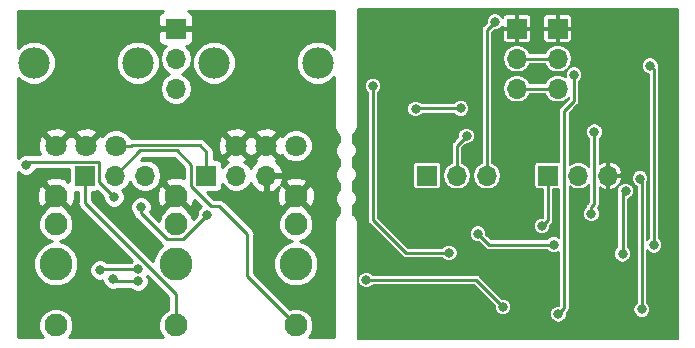
<source format=gbr>
G04 #@! TF.GenerationSoftware,KiCad,Pcbnew,(5.0.1)-4*
G04 #@! TF.CreationDate,2019-01-10T09:37:53+01:00*
G04 #@! TF.ProjectId,1U Rim,31552052696D2E6B696361645F706362,rev?*
G04 #@! TF.SameCoordinates,Original*
G04 #@! TF.FileFunction,Copper,L2,Bot,Signal*
G04 #@! TF.FilePolarity,Positive*
%FSLAX46Y46*%
G04 Gerber Fmt 4.6, Leading zero omitted, Abs format (unit mm)*
G04 Created by KiCad (PCBNEW (5.0.1)-4) date 01/10/19 09:37:53*
%MOMM*%
%LPD*%
G01*
G04 APERTURE LIST*
G04 #@! TA.AperFunction,ComponentPad*
%ADD10C,1.930400*%
G04 #@! TD*
G04 #@! TA.AperFunction,WasherPad*
%ADD11C,2.800000*%
G04 #@! TD*
G04 #@! TA.AperFunction,ComponentPad*
%ADD12R,1.700000X1.700000*%
G04 #@! TD*
G04 #@! TA.AperFunction,ComponentPad*
%ADD13O,1.700000X1.700000*%
G04 #@! TD*
G04 #@! TA.AperFunction,ComponentPad*
%ADD14C,2.667000*%
G04 #@! TD*
G04 #@! TA.AperFunction,ComponentPad*
%ADD15C,1.803400*%
G04 #@! TD*
G04 #@! TA.AperFunction,ViaPad*
%ADD16C,0.800000*%
G04 #@! TD*
G04 #@! TA.AperFunction,Conductor*
%ADD17C,0.250000*%
G04 #@! TD*
G04 #@! TA.AperFunction,Conductor*
%ADD18C,0.254000*%
G04 #@! TD*
G04 #@! TA.AperFunction,Conductor*
%ADD19C,0.127000*%
G04 #@! TD*
G04 APERTURE END LIST*
D10*
G04 #@! TO.P,J1,T*
G04 #@! TO.N,Trig*
X44221400Y-48793400D03*
G04 #@! TO.P,J1,S*
G04 #@! TO.N,GND*
X44221400Y-37820600D03*
G04 #@! TO.P,J1,TN*
G04 #@! TO.N,Net-(J1-PadTN)*
X44221400Y-40233600D03*
D11*
G04 #@! TO.P,J1,*
G04 #@! TO.N,*
X44221400Y-43586400D03*
G04 #@! TD*
G04 #@! TO.P,J2,*
G04 #@! TO.N,*
X34061400Y-43586400D03*
D10*
G04 #@! TO.P,J2,TN*
G04 #@! TO.N,Net-(J2-PadTN)*
X34061400Y-40233600D03*
G04 #@! TO.P,J2,S*
G04 #@! TO.N,GND*
X34061400Y-37820600D03*
G04 #@! TO.P,J2,T*
G04 #@! TO.N,Acc*
X34061400Y-48793400D03*
G04 #@! TD*
D12*
G04 #@! TO.P,J3,1*
G04 #@! TO.N,GND*
X66395600Y-23672800D03*
D13*
G04 #@! TO.P,J3,2*
G04 #@! TO.N,+12V*
X66395600Y-26212800D03*
G04 #@! TO.P,J3,3*
G04 #@! TO.N,-12V*
X66395600Y-28752800D03*
G04 #@! TD*
D11*
G04 #@! TO.P,J4,*
G04 #@! TO.N,*
X23901400Y-43586400D03*
D10*
G04 #@! TO.P,J4,TN*
G04 #@! TO.N,Net-(J4-PadTN)*
X23901400Y-40233600D03*
G04 #@! TO.P,J4,S*
G04 #@! TO.N,GND*
X23901400Y-37820600D03*
G04 #@! TO.P,J4,T*
G04 #@! TO.N,Net-(C17-Pad2)*
X23901400Y-48793400D03*
G04 #@! TD*
D13*
G04 #@! TO.P,J5,3*
G04 #@! TO.N,-12V*
X34061237Y-28752800D03*
G04 #@! TO.P,J5,2*
G04 #@! TO.N,+12V*
X34061237Y-26212800D03*
D12*
G04 #@! TO.P,J5,1*
G04 #@! TO.N,GND*
X34061237Y-23672800D03*
G04 #@! TD*
D13*
G04 #@! TO.P,J6,3*
G04 #@! TO.N,-12V*
X62941200Y-28752800D03*
G04 #@! TO.P,J6,2*
G04 #@! TO.N,+12V*
X62941200Y-26212800D03*
D12*
G04 #@! TO.P,J6,1*
G04 #@! TO.N,GND*
X62941200Y-23672800D03*
G04 #@! TD*
G04 #@! TO.P,J7,1*
G04 #@! TO.N,Acc*
X26365200Y-36118800D03*
D13*
G04 #@! TO.P,J7,2*
G04 #@! TO.N,Trig*
X28905200Y-36118800D03*
G04 #@! TO.P,J7,3*
G04 #@! TO.N,Out*
X31445200Y-36118800D03*
G04 #@! TD*
D12*
G04 #@! TO.P,J8,1*
G04 #@! TO.N,Acc*
X55321200Y-36118800D03*
D13*
G04 #@! TO.P,J8,2*
G04 #@! TO.N,Trig*
X57861200Y-36118800D03*
G04 #@! TO.P,J8,3*
G04 #@! TO.N,Out*
X60401200Y-36118800D03*
G04 #@! TD*
G04 #@! TO.P,J9,3*
G04 #@! TO.N,GND*
X41706800Y-36118800D03*
G04 #@! TO.P,J9,2*
G04 #@! TO.N,Ptc2*
X39166800Y-36118800D03*
D12*
G04 #@! TO.P,J9,1*
G04 #@! TO.N,Ptc1*
X36626800Y-36118800D03*
G04 #@! TD*
G04 #@! TO.P,J10,1*
G04 #@! TO.N,Ptc1*
X65582800Y-36118800D03*
D13*
G04 #@! TO.P,J10,2*
G04 #@! TO.N,Ptc2*
X68122800Y-36118800D03*
G04 #@! TO.P,J10,3*
G04 #@! TO.N,GND*
X70662800Y-36118800D03*
G04 #@! TD*
D14*
G04 #@! TO.P,Tune2,5*
G04 #@! TO.N,N/C*
X22047037Y-26570243D03*
G04 #@! TO.P,Tune2,4*
X30835437Y-26570243D03*
D15*
G04 #@! TO.P,Tune2,1*
G04 #@! TO.N,Ptc1*
X28981237Y-33580643D03*
G04 #@! TO.P,Tune2,2*
G04 #@! TO.N,GND*
X26441237Y-33580643D03*
G04 #@! TO.P,Tune2,3*
X23901237Y-33580643D03*
G04 #@! TD*
G04 #@! TO.P,Tune1,3*
G04 #@! TO.N,GND*
X39141237Y-33580643D03*
G04 #@! TO.P,Tune1,2*
X41681237Y-33580643D03*
G04 #@! TO.P,Tune1,1*
G04 #@! TO.N,Ptc2*
X44221237Y-33580643D03*
D14*
G04 #@! TO.P,Tune1,4*
G04 #@! TO.N,N/C*
X46075437Y-26570243D03*
G04 #@! TO.P,Tune1,5*
X37287037Y-26570243D03*
G04 #@! TD*
D16*
G04 #@! TO.N,Net-(C1-Pad2)*
X58194371Y-30430195D03*
X54356000Y-30480000D03*
G04 #@! TO.N,GND*
X61264800Y-25552400D03*
X70205600Y-43789600D03*
X33883600Y-36017200D03*
X30835600Y-41249600D03*
X26619200Y-41859200D03*
X23164800Y-36068000D03*
G04 #@! TO.N,Net-(C5-Pad1)*
X73507600Y-47447200D03*
X73355200Y-36372800D03*
G04 #@! TO.N,Net-(C6-Pad2)*
X71882000Y-42773600D03*
X72136000Y-37425800D03*
G04 #@! TO.N,Net-(C9-Pad1)*
X74523600Y-42011600D03*
X74218800Y-26822400D03*
G04 #@! TO.N,Net-(C10-Pad1)*
X31089600Y-38760400D03*
X36728400Y-39420800D03*
G04 #@! TO.N,Net-(C12-Pad1)*
X30888158Y-44060980D03*
X27635200Y-44094400D03*
G04 #@! TO.N,Net-(D4-Pad2)*
X66446400Y-47853600D03*
X67767200Y-27584400D03*
G04 #@! TO.N,Net-(Q2-Pad2)*
X66090800Y-41960800D03*
X59639200Y-41046400D03*
G04 #@! TO.N,Net-(Q3-Pad1)*
X57200800Y-42672000D03*
X50749200Y-28549600D03*
G04 #@! TO.N,Net-(R2-Pad1)*
X61759000Y-47244000D03*
X50190400Y-44958000D03*
G04 #@! TO.N,Net-(R6-Pad2)*
X69240400Y-39370000D03*
X69494400Y-32410400D03*
G04 #@! TO.N,Net-(R22-Pad1)*
X30835600Y-45059600D03*
X28752800Y-44856400D03*
G04 #@! TO.N,Out*
X61097803Y-23098803D03*
X28803600Y-37947600D03*
X21386800Y-35204400D03*
G04 #@! TO.N,Trig*
X58674000Y-32766000D03*
G04 #@! TO.N,Ptc1*
X65061000Y-40386000D03*
G04 #@! TD*
D17*
G04 #@! TO.N,Net-(C1-Pad2)*
X58194371Y-30430195D02*
X54405805Y-30430195D01*
X54405805Y-30430195D02*
X54356000Y-30480000D01*
G04 #@! TO.N,Net-(C5-Pad1)*
X73507600Y-47447200D02*
X73507600Y-36525200D01*
X73507600Y-36525200D02*
X73355200Y-36372800D01*
G04 #@! TO.N,Net-(C6-Pad2)*
X71882000Y-42773600D02*
X71882000Y-37679800D01*
X71882000Y-37679800D02*
X72136000Y-37425800D01*
G04 #@! TO.N,Net-(C9-Pad1)*
X74523600Y-42011600D02*
X74523600Y-27127200D01*
X74523600Y-27127200D02*
X74218800Y-26822400D01*
G04 #@! TO.N,Net-(C10-Pad1)*
X34625399Y-41523801D02*
X36728400Y-39420800D01*
X33287316Y-41523801D02*
X34625399Y-41523801D01*
X31089600Y-38760400D02*
X31089600Y-39326085D01*
X31089600Y-39326085D02*
X33287316Y-41523801D01*
G04 #@! TO.N,Net-(C12-Pad1)*
X30888158Y-44060980D02*
X27668620Y-44060980D01*
X27668620Y-44060980D02*
X27635200Y-44094400D01*
G04 #@! TO.N,+12V*
X66395600Y-26212800D02*
X62941200Y-26212800D01*
G04 #@! TO.N,-12V*
X65193519Y-28752800D02*
X62941200Y-28752800D01*
X66395600Y-28752800D02*
X65193519Y-28752800D01*
G04 #@! TO.N,Net-(D4-Pad2)*
X66446400Y-47853600D02*
X66947799Y-47352201D01*
X67767200Y-27584400D02*
X67767200Y-29819600D01*
X66947799Y-30639001D02*
X66947799Y-35864800D01*
X67767200Y-29819600D02*
X66947799Y-30639001D01*
X66947799Y-47352201D02*
X66947799Y-35864800D01*
X66947799Y-35864800D02*
X66947799Y-35554799D01*
G04 #@! TO.N,Net-(Q2-Pad2)*
X66090800Y-41960800D02*
X60553600Y-41960800D01*
X60553600Y-41960800D02*
X59639200Y-41046400D01*
G04 #@! TO.N,Net-(Q3-Pad1)*
X57200800Y-42672000D02*
X53543200Y-42672000D01*
X53543200Y-42672000D02*
X50749200Y-39878000D01*
X50749200Y-39878000D02*
X50749200Y-28549600D01*
G04 #@! TO.N,Net-(R2-Pad1)*
X61759000Y-47244000D02*
X59473000Y-44958000D01*
X59473000Y-44958000D02*
X50190400Y-44958000D01*
G04 #@! TO.N,Net-(R6-Pad2)*
X69487799Y-32417001D02*
X69494400Y-32410400D01*
X69487799Y-38556916D02*
X69487799Y-32417001D01*
X69240400Y-39370000D02*
X69240400Y-38804315D01*
X69240400Y-38804315D02*
X69487799Y-38556916D01*
G04 #@! TO.N,Net-(R22-Pad1)*
X30835600Y-45059600D02*
X28956000Y-45059600D01*
X28956000Y-45059600D02*
X28752800Y-44856400D01*
G04 #@! TO.N,Acc*
X26365200Y-38443202D02*
X26365200Y-36118800D01*
X34061400Y-48793400D02*
X34061400Y-46139402D01*
X34061400Y-46139402D02*
X26365200Y-38443202D01*
G04 #@! TO.N,Out*
X60697804Y-23498802D02*
X61097803Y-23098803D01*
X60401200Y-23795406D02*
X61097803Y-23098803D01*
X60401200Y-36118800D02*
X60401200Y-23795406D01*
X21647401Y-34943799D02*
X21386800Y-35204400D01*
X27475201Y-34943799D02*
X21647401Y-34943799D01*
X27540201Y-35008799D02*
X27475201Y-34943799D01*
X28803600Y-37947600D02*
X27540201Y-36684201D01*
X27540201Y-36684201D02*
X27540201Y-35008799D01*
G04 #@! TO.N,Trig*
X57861200Y-36118800D02*
X57861200Y-33578800D01*
X57861200Y-33578800D02*
X58674000Y-32766000D01*
X28905200Y-36118800D02*
X31045990Y-33978010D01*
X31045990Y-33978010D02*
X34130410Y-33978010D01*
X35351601Y-35199201D02*
X35351601Y-37028001D01*
X34130410Y-33978010D02*
X35351601Y-35199201D01*
X35351601Y-37028001D02*
X37019399Y-38695799D01*
X44221400Y-48793400D02*
X40081200Y-44653200D01*
X40081200Y-41083399D02*
X37693600Y-38695799D01*
X40081200Y-44653200D02*
X40081200Y-41083399D01*
X37019399Y-38695799D02*
X37693600Y-38695799D01*
G04 #@! TO.N,Ptc1*
X65582800Y-36118800D02*
X65582800Y-39864200D01*
X65582800Y-39864200D02*
X65061000Y-40386000D01*
X30256433Y-33580643D02*
X30309076Y-33528000D01*
X28981237Y-33580643D02*
X30256433Y-33580643D01*
X30309076Y-33528000D02*
X36068000Y-33528000D01*
X36626800Y-34086800D02*
X36626800Y-36118800D01*
X36068000Y-33528000D02*
X36626800Y-34086800D01*
G04 #@! TD*
D18*
G04 #@! TO.N,GND*
G36*
X24997248Y-36612606D02*
X24963517Y-36578875D01*
X24849144Y-36693248D01*
X24754746Y-36430004D01*
X24157631Y-36209295D01*
X23521507Y-36233893D01*
X23048054Y-36430004D01*
X22953655Y-36693250D01*
X23901400Y-37640995D01*
X23915543Y-37626853D01*
X24095148Y-37806458D01*
X24081005Y-37820600D01*
X25028750Y-38768345D01*
X25291996Y-38673946D01*
X25512705Y-38076831D01*
X25489691Y-37481678D01*
X25515200Y-37486752D01*
X25732200Y-37486752D01*
X25732200Y-38380863D01*
X25719800Y-38443202D01*
X25732200Y-38505541D01*
X25732200Y-38505545D01*
X25768927Y-38690185D01*
X25908833Y-38899569D01*
X25961687Y-38934885D01*
X30345916Y-43319116D01*
X30237052Y-43427980D01*
X28252886Y-43427980D01*
X28149541Y-43324635D01*
X27815812Y-43186400D01*
X27454588Y-43186400D01*
X27120859Y-43324635D01*
X26865435Y-43580059D01*
X26727200Y-43913788D01*
X26727200Y-44275012D01*
X26865435Y-44608741D01*
X27120859Y-44864165D01*
X27454588Y-45002400D01*
X27815812Y-45002400D01*
X27844800Y-44990393D01*
X27844800Y-45037012D01*
X27983035Y-45370741D01*
X28238459Y-45626165D01*
X28572188Y-45764400D01*
X28933412Y-45764400D01*
X29106753Y-45692600D01*
X30184494Y-45692600D01*
X30321259Y-45829365D01*
X30654988Y-45967600D01*
X31016212Y-45967600D01*
X31349941Y-45829365D01*
X31605365Y-45573941D01*
X31743600Y-45240212D01*
X31743600Y-44878988D01*
X31629564Y-44603680D01*
X31630022Y-44603222D01*
X33428401Y-46401601D01*
X33428401Y-47461016D01*
X33226899Y-47544481D01*
X32812481Y-47958899D01*
X32588200Y-48500362D01*
X32588200Y-49086438D01*
X32812481Y-49627901D01*
X32944380Y-49759800D01*
X25018420Y-49759800D01*
X25150319Y-49627901D01*
X25374600Y-49086438D01*
X25374600Y-48500362D01*
X25150319Y-47958899D01*
X24735901Y-47544481D01*
X24194438Y-47320200D01*
X23608362Y-47320200D01*
X23066899Y-47544481D01*
X22652481Y-47958899D01*
X22428200Y-48500362D01*
X22428200Y-49086438D01*
X22652481Y-49627901D01*
X22784380Y-49759800D01*
X20699800Y-49759800D01*
X20699800Y-43206875D01*
X21993400Y-43206875D01*
X21993400Y-43965925D01*
X22283876Y-44667195D01*
X22820605Y-45203924D01*
X23521875Y-45494400D01*
X24280925Y-45494400D01*
X24982195Y-45203924D01*
X25518924Y-44667195D01*
X25809400Y-43965925D01*
X25809400Y-43206875D01*
X25518924Y-42505605D01*
X24982195Y-41968876D01*
X24280925Y-41678400D01*
X24263002Y-41678400D01*
X24735901Y-41482519D01*
X25150319Y-41068101D01*
X25374600Y-40526638D01*
X25374600Y-39940562D01*
X25150319Y-39399099D01*
X24809560Y-39058340D01*
X24849145Y-38947950D01*
X23901400Y-38000205D01*
X22953655Y-38947950D01*
X22993240Y-39058340D01*
X22652481Y-39399099D01*
X22428200Y-39940562D01*
X22428200Y-40526638D01*
X22652481Y-41068101D01*
X23066899Y-41482519D01*
X23539798Y-41678400D01*
X23521875Y-41678400D01*
X22820605Y-41968876D01*
X22283876Y-42505605D01*
X21993400Y-43206875D01*
X20699800Y-43206875D01*
X20699800Y-37564369D01*
X22290095Y-37564369D01*
X22314693Y-38200493D01*
X22510804Y-38673946D01*
X22774050Y-38768345D01*
X23721795Y-37820600D01*
X22774050Y-36872855D01*
X22510804Y-36967254D01*
X22290095Y-37564369D01*
X20699800Y-37564369D01*
X20699800Y-35801506D01*
X20872459Y-35974165D01*
X21206188Y-36112400D01*
X21567412Y-36112400D01*
X21901141Y-35974165D01*
X22156565Y-35718741D01*
X22215359Y-35576799D01*
X24997248Y-35576799D01*
X24997248Y-36612606D01*
X24997248Y-36612606D01*
G37*
X24997248Y-36612606D02*
X24963517Y-36578875D01*
X24849144Y-36693248D01*
X24754746Y-36430004D01*
X24157631Y-36209295D01*
X23521507Y-36233893D01*
X23048054Y-36430004D01*
X22953655Y-36693250D01*
X23901400Y-37640995D01*
X23915543Y-37626853D01*
X24095148Y-37806458D01*
X24081005Y-37820600D01*
X25028750Y-38768345D01*
X25291996Y-38673946D01*
X25512705Y-38076831D01*
X25489691Y-37481678D01*
X25515200Y-37486752D01*
X25732200Y-37486752D01*
X25732200Y-38380863D01*
X25719800Y-38443202D01*
X25732200Y-38505541D01*
X25732200Y-38505545D01*
X25768927Y-38690185D01*
X25908833Y-38899569D01*
X25961687Y-38934885D01*
X30345916Y-43319116D01*
X30237052Y-43427980D01*
X28252886Y-43427980D01*
X28149541Y-43324635D01*
X27815812Y-43186400D01*
X27454588Y-43186400D01*
X27120859Y-43324635D01*
X26865435Y-43580059D01*
X26727200Y-43913788D01*
X26727200Y-44275012D01*
X26865435Y-44608741D01*
X27120859Y-44864165D01*
X27454588Y-45002400D01*
X27815812Y-45002400D01*
X27844800Y-44990393D01*
X27844800Y-45037012D01*
X27983035Y-45370741D01*
X28238459Y-45626165D01*
X28572188Y-45764400D01*
X28933412Y-45764400D01*
X29106753Y-45692600D01*
X30184494Y-45692600D01*
X30321259Y-45829365D01*
X30654988Y-45967600D01*
X31016212Y-45967600D01*
X31349941Y-45829365D01*
X31605365Y-45573941D01*
X31743600Y-45240212D01*
X31743600Y-44878988D01*
X31629564Y-44603680D01*
X31630022Y-44603222D01*
X33428401Y-46401601D01*
X33428401Y-47461016D01*
X33226899Y-47544481D01*
X32812481Y-47958899D01*
X32588200Y-48500362D01*
X32588200Y-49086438D01*
X32812481Y-49627901D01*
X32944380Y-49759800D01*
X25018420Y-49759800D01*
X25150319Y-49627901D01*
X25374600Y-49086438D01*
X25374600Y-48500362D01*
X25150319Y-47958899D01*
X24735901Y-47544481D01*
X24194438Y-47320200D01*
X23608362Y-47320200D01*
X23066899Y-47544481D01*
X22652481Y-47958899D01*
X22428200Y-48500362D01*
X22428200Y-49086438D01*
X22652481Y-49627901D01*
X22784380Y-49759800D01*
X20699800Y-49759800D01*
X20699800Y-43206875D01*
X21993400Y-43206875D01*
X21993400Y-43965925D01*
X22283876Y-44667195D01*
X22820605Y-45203924D01*
X23521875Y-45494400D01*
X24280925Y-45494400D01*
X24982195Y-45203924D01*
X25518924Y-44667195D01*
X25809400Y-43965925D01*
X25809400Y-43206875D01*
X25518924Y-42505605D01*
X24982195Y-41968876D01*
X24280925Y-41678400D01*
X24263002Y-41678400D01*
X24735901Y-41482519D01*
X25150319Y-41068101D01*
X25374600Y-40526638D01*
X25374600Y-39940562D01*
X25150319Y-39399099D01*
X24809560Y-39058340D01*
X24849145Y-38947950D01*
X23901400Y-38000205D01*
X22953655Y-38947950D01*
X22993240Y-39058340D01*
X22652481Y-39399099D01*
X22428200Y-39940562D01*
X22428200Y-40526638D01*
X22652481Y-41068101D01*
X23066899Y-41482519D01*
X23539798Y-41678400D01*
X23521875Y-41678400D01*
X22820605Y-41968876D01*
X22283876Y-42505605D01*
X21993400Y-43206875D01*
X20699800Y-43206875D01*
X20699800Y-37564369D01*
X22290095Y-37564369D01*
X22314693Y-38200493D01*
X22510804Y-38673946D01*
X22774050Y-38768345D01*
X23721795Y-37820600D01*
X22774050Y-36872855D01*
X22510804Y-36967254D01*
X22290095Y-37564369D01*
X20699800Y-37564369D01*
X20699800Y-35801506D01*
X20872459Y-35974165D01*
X21206188Y-36112400D01*
X21567412Y-36112400D01*
X21901141Y-35974165D01*
X22156565Y-35718741D01*
X22215359Y-35576799D01*
X24997248Y-35576799D01*
X24997248Y-36612606D01*
G36*
X32851539Y-22284473D02*
X32672910Y-22463101D01*
X32576237Y-22696490D01*
X32576237Y-23387050D01*
X32734987Y-23545800D01*
X33934237Y-23545800D01*
X33934237Y-23525800D01*
X34188237Y-23525800D01*
X34188237Y-23545800D01*
X35387487Y-23545800D01*
X35546237Y-23387050D01*
X35546237Y-22696490D01*
X35449564Y-22463101D01*
X35270935Y-22284473D01*
X35124458Y-22223800D01*
X47473800Y-22223800D01*
X47473800Y-25364332D01*
X47118563Y-25009095D01*
X46441734Y-24728743D01*
X45709140Y-24728743D01*
X45032311Y-25009095D01*
X44514289Y-25527117D01*
X44233937Y-26203946D01*
X44233937Y-26936540D01*
X44514289Y-27613369D01*
X45032311Y-28131391D01*
X45709140Y-28411743D01*
X46441734Y-28411743D01*
X47118563Y-28131391D01*
X47473801Y-27776153D01*
X47473801Y-31972517D01*
X47485002Y-32028828D01*
X47485002Y-32028837D01*
X47523062Y-32220179D01*
X47523063Y-32220181D01*
X47523063Y-32220183D01*
X47540925Y-32263305D01*
X47610113Y-32430339D01*
X47610114Y-32430340D01*
X47610115Y-32430342D01*
X47718502Y-32592553D01*
X47798925Y-32672975D01*
X47879347Y-32753398D01*
X47898726Y-32766347D01*
X47899536Y-33223287D01*
X47702259Y-33420564D01*
X47548800Y-33791046D01*
X47548800Y-34192054D01*
X47702259Y-34562536D01*
X47902265Y-34762542D01*
X47903132Y-35251691D01*
X47702259Y-35452564D01*
X47548800Y-35823046D01*
X47548800Y-36224054D01*
X47702259Y-36594536D01*
X47905874Y-36798151D01*
X47906729Y-37280094D01*
X47702259Y-37484564D01*
X47548800Y-37855046D01*
X47548800Y-38256054D01*
X47702259Y-38626536D01*
X47909483Y-38833760D01*
X47910262Y-39273045D01*
X47879347Y-39293702D01*
X47798925Y-39374125D01*
X47718502Y-39454547D01*
X47610115Y-39616758D01*
X47610114Y-39616760D01*
X47610113Y-39616761D01*
X47570796Y-39711681D01*
X47523063Y-39826917D01*
X47523063Y-39826919D01*
X47523062Y-39826921D01*
X47485002Y-40018263D01*
X47485002Y-40018268D01*
X47473800Y-40074584D01*
X47473801Y-49759800D01*
X45338420Y-49759800D01*
X45470319Y-49627901D01*
X45694600Y-49086438D01*
X45694600Y-48500362D01*
X45470319Y-47958899D01*
X45055901Y-47544481D01*
X44514438Y-47320200D01*
X43928362Y-47320200D01*
X43726861Y-47403664D01*
X40714200Y-44391004D01*
X40714200Y-43206875D01*
X42313400Y-43206875D01*
X42313400Y-43965925D01*
X42603876Y-44667195D01*
X43140605Y-45203924D01*
X43841875Y-45494400D01*
X44600925Y-45494400D01*
X45302195Y-45203924D01*
X45838924Y-44667195D01*
X46129400Y-43965925D01*
X46129400Y-43206875D01*
X45838924Y-42505605D01*
X45302195Y-41968876D01*
X44600925Y-41678400D01*
X44583002Y-41678400D01*
X45055901Y-41482519D01*
X45470319Y-41068101D01*
X45694600Y-40526638D01*
X45694600Y-39940562D01*
X45470319Y-39399099D01*
X45129560Y-39058340D01*
X45169145Y-38947950D01*
X44221400Y-38000205D01*
X43273655Y-38947950D01*
X43313240Y-39058340D01*
X42972481Y-39399099D01*
X42748200Y-39940562D01*
X42748200Y-40526638D01*
X42972481Y-41068101D01*
X43386899Y-41482519D01*
X43859798Y-41678400D01*
X43841875Y-41678400D01*
X43140605Y-41968876D01*
X42603876Y-42505605D01*
X42313400Y-43206875D01*
X40714200Y-43206875D01*
X40714200Y-41145737D01*
X40726600Y-41083398D01*
X40714200Y-41021059D01*
X40714200Y-41021055D01*
X40677473Y-40836415D01*
X40537567Y-40627032D01*
X40484716Y-40591718D01*
X38185283Y-38292286D01*
X38149967Y-38239432D01*
X37940584Y-38099526D01*
X37755944Y-38062799D01*
X37755939Y-38062799D01*
X37693600Y-38050399D01*
X37631261Y-38062799D01*
X37281596Y-38062799D01*
X36705549Y-37486752D01*
X37476800Y-37486752D01*
X37675012Y-37447325D01*
X37843047Y-37335047D01*
X37955325Y-37167012D01*
X37994752Y-36968800D01*
X37994752Y-36809040D01*
X38187737Y-37097863D01*
X38636935Y-37398007D01*
X39033053Y-37476800D01*
X39300547Y-37476800D01*
X39696665Y-37398007D01*
X40145863Y-37097863D01*
X40387599Y-36736079D01*
X40511617Y-37000158D01*
X40939876Y-37390445D01*
X41349910Y-37560276D01*
X41579800Y-37438955D01*
X41579800Y-36245800D01*
X41833800Y-36245800D01*
X41833800Y-37438955D01*
X42063690Y-37560276D01*
X42473724Y-37390445D01*
X42776308Y-37114690D01*
X42610095Y-37564369D01*
X42634693Y-38200493D01*
X42830804Y-38673946D01*
X43094050Y-38768345D01*
X44041795Y-37820600D01*
X44401005Y-37820600D01*
X45348750Y-38768345D01*
X45611996Y-38673946D01*
X45832705Y-38076831D01*
X45808107Y-37440707D01*
X45611996Y-36967254D01*
X45348750Y-36872855D01*
X44401005Y-37820600D01*
X44041795Y-37820600D01*
X43094050Y-36872855D01*
X42934979Y-36929897D01*
X43046114Y-36693250D01*
X43273655Y-36693250D01*
X44221400Y-37640995D01*
X45169145Y-36693250D01*
X45074746Y-36430004D01*
X44477631Y-36209295D01*
X43841507Y-36233893D01*
X43368054Y-36430004D01*
X43273655Y-36693250D01*
X43046114Y-36693250D01*
X43148286Y-36475692D01*
X43027619Y-36245800D01*
X41833800Y-36245800D01*
X41579800Y-36245800D01*
X41559800Y-36245800D01*
X41559800Y-35991800D01*
X41579800Y-35991800D01*
X41579800Y-35971800D01*
X41833800Y-35971800D01*
X41833800Y-35991800D01*
X43027619Y-35991800D01*
X43148286Y-35761908D01*
X42901983Y-35237442D01*
X42509535Y-34879791D01*
X42583022Y-34662033D01*
X41681237Y-33760248D01*
X40779452Y-34662033D01*
X40864964Y-34915425D01*
X40511617Y-35237442D01*
X40387599Y-35501521D01*
X40145863Y-35139737D01*
X39869143Y-34954839D01*
X39956407Y-34918693D01*
X40043022Y-34662033D01*
X39141237Y-33760248D01*
X38239452Y-34662033D01*
X38326067Y-34918693D01*
X38450436Y-34964207D01*
X38187737Y-35139737D01*
X37994752Y-35428560D01*
X37994752Y-35268800D01*
X37955325Y-35070588D01*
X37843047Y-34902553D01*
X37675012Y-34790275D01*
X37476800Y-34750848D01*
X37259800Y-34750848D01*
X37259800Y-34149140D01*
X37272200Y-34086800D01*
X37259800Y-34024457D01*
X37259800Y-34024456D01*
X37223073Y-33839816D01*
X37223073Y-33839815D01*
X37118482Y-33683285D01*
X37118481Y-33683284D01*
X37083167Y-33630433D01*
X37030316Y-33595119D01*
X36774771Y-33339574D01*
X37593088Y-33339574D01*
X37618681Y-33950375D01*
X37803187Y-34395813D01*
X38059847Y-34482428D01*
X38961632Y-33580643D01*
X39320842Y-33580643D01*
X40222627Y-34482428D01*
X40411237Y-34418778D01*
X40599847Y-34482428D01*
X41501632Y-33580643D01*
X41860842Y-33580643D01*
X42762627Y-34482428D01*
X43019287Y-34395813D01*
X43025740Y-34378181D01*
X43026151Y-34379174D01*
X43422706Y-34775729D01*
X43940830Y-34990343D01*
X44501644Y-34990343D01*
X45019768Y-34775729D01*
X45416323Y-34379174D01*
X45630937Y-33861050D01*
X45630937Y-33300236D01*
X45416323Y-32782112D01*
X45019768Y-32385557D01*
X44501644Y-32170943D01*
X43940830Y-32170943D01*
X43422706Y-32385557D01*
X43026171Y-32782092D01*
X43019287Y-32765473D01*
X42762627Y-32678858D01*
X41860842Y-33580643D01*
X41501632Y-33580643D01*
X40599847Y-32678858D01*
X40411237Y-32742508D01*
X40222627Y-32678858D01*
X39320842Y-33580643D01*
X38961632Y-33580643D01*
X38059847Y-32678858D01*
X37803187Y-32765473D01*
X37593088Y-33339574D01*
X36774771Y-33339574D01*
X36559683Y-33124487D01*
X36524367Y-33071633D01*
X36314984Y-32931727D01*
X36130344Y-32895000D01*
X36130339Y-32895000D01*
X36068000Y-32882600D01*
X36005661Y-32895000D01*
X30371414Y-32895000D01*
X30309075Y-32882600D01*
X30246736Y-32895000D01*
X30246732Y-32895000D01*
X30224883Y-32899346D01*
X30176323Y-32782112D01*
X29893464Y-32499253D01*
X38239452Y-32499253D01*
X39141237Y-33401038D01*
X40043022Y-32499253D01*
X40779452Y-32499253D01*
X41681237Y-33401038D01*
X42583022Y-32499253D01*
X42496407Y-32242593D01*
X41922306Y-32032494D01*
X41311505Y-32058087D01*
X40866067Y-32242593D01*
X40779452Y-32499253D01*
X40043022Y-32499253D01*
X39956407Y-32242593D01*
X39382306Y-32032494D01*
X38771505Y-32058087D01*
X38326067Y-32242593D01*
X38239452Y-32499253D01*
X29893464Y-32499253D01*
X29779768Y-32385557D01*
X29261644Y-32170943D01*
X28700830Y-32170943D01*
X28182706Y-32385557D01*
X27786171Y-32782092D01*
X27779287Y-32765473D01*
X27522627Y-32678858D01*
X26620842Y-33580643D01*
X26634985Y-33594786D01*
X26455380Y-33774391D01*
X26441237Y-33760248D01*
X26427095Y-33774391D01*
X26247490Y-33594786D01*
X26261632Y-33580643D01*
X25359847Y-32678858D01*
X25171237Y-32742508D01*
X24982627Y-32678858D01*
X24080842Y-33580643D01*
X24094985Y-33594786D01*
X23915380Y-33774391D01*
X23901237Y-33760248D01*
X23887095Y-33774391D01*
X23707490Y-33594786D01*
X23721632Y-33580643D01*
X22819847Y-32678858D01*
X22563187Y-32765473D01*
X22353088Y-33339574D01*
X22378681Y-33950375D01*
X22527973Y-34310799D01*
X21709739Y-34310799D01*
X21647400Y-34298399D01*
X21596622Y-34308499D01*
X21567412Y-34296400D01*
X21206188Y-34296400D01*
X20872459Y-34434635D01*
X20699800Y-34607294D01*
X20699800Y-32499253D01*
X22999452Y-32499253D01*
X23901237Y-33401038D01*
X24803022Y-32499253D01*
X25539452Y-32499253D01*
X26441237Y-33401038D01*
X27343022Y-32499253D01*
X27256407Y-32242593D01*
X26682306Y-32032494D01*
X26071505Y-32058087D01*
X25626067Y-32242593D01*
X25539452Y-32499253D01*
X24803022Y-32499253D01*
X24716407Y-32242593D01*
X24142306Y-32032494D01*
X23531505Y-32058087D01*
X23086067Y-32242593D01*
X22999452Y-32499253D01*
X20699800Y-32499253D01*
X20699800Y-27827280D01*
X21003911Y-28131391D01*
X21680740Y-28411743D01*
X22413334Y-28411743D01*
X23090163Y-28131391D01*
X23608185Y-27613369D01*
X23888537Y-26936540D01*
X23888537Y-26203946D01*
X28993937Y-26203946D01*
X28993937Y-26936540D01*
X29274289Y-27613369D01*
X29792311Y-28131391D01*
X30469140Y-28411743D01*
X31201734Y-28411743D01*
X31878563Y-28131391D01*
X32396585Y-27613369D01*
X32676937Y-26936540D01*
X32676937Y-26214328D01*
X32782030Y-26742665D01*
X33082174Y-27191863D01*
X33517593Y-27482800D01*
X33082174Y-27773737D01*
X32782030Y-28222935D01*
X32676633Y-28752800D01*
X32782030Y-29282665D01*
X33082174Y-29731863D01*
X33531372Y-30032007D01*
X33927490Y-30110800D01*
X34194984Y-30110800D01*
X34591102Y-30032007D01*
X35040300Y-29731863D01*
X35340444Y-29282665D01*
X35445841Y-28752800D01*
X35340444Y-28222935D01*
X35040300Y-27773737D01*
X34604881Y-27482800D01*
X35040300Y-27191863D01*
X35340444Y-26742665D01*
X35445537Y-26214328D01*
X35445537Y-26936540D01*
X35725889Y-27613369D01*
X36243911Y-28131391D01*
X36920740Y-28411743D01*
X37653334Y-28411743D01*
X38330163Y-28131391D01*
X38848185Y-27613369D01*
X39128537Y-26936540D01*
X39128537Y-26203946D01*
X38848185Y-25527117D01*
X38330163Y-25009095D01*
X37653334Y-24728743D01*
X36920740Y-24728743D01*
X36243911Y-25009095D01*
X35725889Y-25527117D01*
X35445537Y-26203946D01*
X35445537Y-26211272D01*
X35340444Y-25682935D01*
X35040300Y-25233737D01*
X34926652Y-25157800D01*
X35037546Y-25157800D01*
X35270935Y-25061127D01*
X35449564Y-24882499D01*
X35546237Y-24649110D01*
X35546237Y-23958550D01*
X35387487Y-23799800D01*
X34188237Y-23799800D01*
X34188237Y-23819800D01*
X33934237Y-23819800D01*
X33934237Y-23799800D01*
X32734987Y-23799800D01*
X32576237Y-23958550D01*
X32576237Y-24649110D01*
X32672910Y-24882499D01*
X32851539Y-25061127D01*
X33084928Y-25157800D01*
X33195822Y-25157800D01*
X33082174Y-25233737D01*
X32782030Y-25682935D01*
X32676937Y-26211272D01*
X32676937Y-26203946D01*
X32396585Y-25527117D01*
X31878563Y-25009095D01*
X31201734Y-24728743D01*
X30469140Y-24728743D01*
X29792311Y-25009095D01*
X29274289Y-25527117D01*
X28993937Y-26203946D01*
X23888537Y-26203946D01*
X23608185Y-25527117D01*
X23090163Y-25009095D01*
X22413334Y-24728743D01*
X21680740Y-24728743D01*
X21003911Y-25009095D01*
X20699800Y-25313206D01*
X20699800Y-22223800D01*
X32998016Y-22223800D01*
X32851539Y-22284473D01*
X32851539Y-22284473D01*
G37*
X32851539Y-22284473D02*
X32672910Y-22463101D01*
X32576237Y-22696490D01*
X32576237Y-23387050D01*
X32734987Y-23545800D01*
X33934237Y-23545800D01*
X33934237Y-23525800D01*
X34188237Y-23525800D01*
X34188237Y-23545800D01*
X35387487Y-23545800D01*
X35546237Y-23387050D01*
X35546237Y-22696490D01*
X35449564Y-22463101D01*
X35270935Y-22284473D01*
X35124458Y-22223800D01*
X47473800Y-22223800D01*
X47473800Y-25364332D01*
X47118563Y-25009095D01*
X46441734Y-24728743D01*
X45709140Y-24728743D01*
X45032311Y-25009095D01*
X44514289Y-25527117D01*
X44233937Y-26203946D01*
X44233937Y-26936540D01*
X44514289Y-27613369D01*
X45032311Y-28131391D01*
X45709140Y-28411743D01*
X46441734Y-28411743D01*
X47118563Y-28131391D01*
X47473801Y-27776153D01*
X47473801Y-31972517D01*
X47485002Y-32028828D01*
X47485002Y-32028837D01*
X47523062Y-32220179D01*
X47523063Y-32220181D01*
X47523063Y-32220183D01*
X47540925Y-32263305D01*
X47610113Y-32430339D01*
X47610114Y-32430340D01*
X47610115Y-32430342D01*
X47718502Y-32592553D01*
X47798925Y-32672975D01*
X47879347Y-32753398D01*
X47898726Y-32766347D01*
X47899536Y-33223287D01*
X47702259Y-33420564D01*
X47548800Y-33791046D01*
X47548800Y-34192054D01*
X47702259Y-34562536D01*
X47902265Y-34762542D01*
X47903132Y-35251691D01*
X47702259Y-35452564D01*
X47548800Y-35823046D01*
X47548800Y-36224054D01*
X47702259Y-36594536D01*
X47905874Y-36798151D01*
X47906729Y-37280094D01*
X47702259Y-37484564D01*
X47548800Y-37855046D01*
X47548800Y-38256054D01*
X47702259Y-38626536D01*
X47909483Y-38833760D01*
X47910262Y-39273045D01*
X47879347Y-39293702D01*
X47798925Y-39374125D01*
X47718502Y-39454547D01*
X47610115Y-39616758D01*
X47610114Y-39616760D01*
X47610113Y-39616761D01*
X47570796Y-39711681D01*
X47523063Y-39826917D01*
X47523063Y-39826919D01*
X47523062Y-39826921D01*
X47485002Y-40018263D01*
X47485002Y-40018268D01*
X47473800Y-40074584D01*
X47473801Y-49759800D01*
X45338420Y-49759800D01*
X45470319Y-49627901D01*
X45694600Y-49086438D01*
X45694600Y-48500362D01*
X45470319Y-47958899D01*
X45055901Y-47544481D01*
X44514438Y-47320200D01*
X43928362Y-47320200D01*
X43726861Y-47403664D01*
X40714200Y-44391004D01*
X40714200Y-43206875D01*
X42313400Y-43206875D01*
X42313400Y-43965925D01*
X42603876Y-44667195D01*
X43140605Y-45203924D01*
X43841875Y-45494400D01*
X44600925Y-45494400D01*
X45302195Y-45203924D01*
X45838924Y-44667195D01*
X46129400Y-43965925D01*
X46129400Y-43206875D01*
X45838924Y-42505605D01*
X45302195Y-41968876D01*
X44600925Y-41678400D01*
X44583002Y-41678400D01*
X45055901Y-41482519D01*
X45470319Y-41068101D01*
X45694600Y-40526638D01*
X45694600Y-39940562D01*
X45470319Y-39399099D01*
X45129560Y-39058340D01*
X45169145Y-38947950D01*
X44221400Y-38000205D01*
X43273655Y-38947950D01*
X43313240Y-39058340D01*
X42972481Y-39399099D01*
X42748200Y-39940562D01*
X42748200Y-40526638D01*
X42972481Y-41068101D01*
X43386899Y-41482519D01*
X43859798Y-41678400D01*
X43841875Y-41678400D01*
X43140605Y-41968876D01*
X42603876Y-42505605D01*
X42313400Y-43206875D01*
X40714200Y-43206875D01*
X40714200Y-41145737D01*
X40726600Y-41083398D01*
X40714200Y-41021059D01*
X40714200Y-41021055D01*
X40677473Y-40836415D01*
X40537567Y-40627032D01*
X40484716Y-40591718D01*
X38185283Y-38292286D01*
X38149967Y-38239432D01*
X37940584Y-38099526D01*
X37755944Y-38062799D01*
X37755939Y-38062799D01*
X37693600Y-38050399D01*
X37631261Y-38062799D01*
X37281596Y-38062799D01*
X36705549Y-37486752D01*
X37476800Y-37486752D01*
X37675012Y-37447325D01*
X37843047Y-37335047D01*
X37955325Y-37167012D01*
X37994752Y-36968800D01*
X37994752Y-36809040D01*
X38187737Y-37097863D01*
X38636935Y-37398007D01*
X39033053Y-37476800D01*
X39300547Y-37476800D01*
X39696665Y-37398007D01*
X40145863Y-37097863D01*
X40387599Y-36736079D01*
X40511617Y-37000158D01*
X40939876Y-37390445D01*
X41349910Y-37560276D01*
X41579800Y-37438955D01*
X41579800Y-36245800D01*
X41833800Y-36245800D01*
X41833800Y-37438955D01*
X42063690Y-37560276D01*
X42473724Y-37390445D01*
X42776308Y-37114690D01*
X42610095Y-37564369D01*
X42634693Y-38200493D01*
X42830804Y-38673946D01*
X43094050Y-38768345D01*
X44041795Y-37820600D01*
X44401005Y-37820600D01*
X45348750Y-38768345D01*
X45611996Y-38673946D01*
X45832705Y-38076831D01*
X45808107Y-37440707D01*
X45611996Y-36967254D01*
X45348750Y-36872855D01*
X44401005Y-37820600D01*
X44041795Y-37820600D01*
X43094050Y-36872855D01*
X42934979Y-36929897D01*
X43046114Y-36693250D01*
X43273655Y-36693250D01*
X44221400Y-37640995D01*
X45169145Y-36693250D01*
X45074746Y-36430004D01*
X44477631Y-36209295D01*
X43841507Y-36233893D01*
X43368054Y-36430004D01*
X43273655Y-36693250D01*
X43046114Y-36693250D01*
X43148286Y-36475692D01*
X43027619Y-36245800D01*
X41833800Y-36245800D01*
X41579800Y-36245800D01*
X41559800Y-36245800D01*
X41559800Y-35991800D01*
X41579800Y-35991800D01*
X41579800Y-35971800D01*
X41833800Y-35971800D01*
X41833800Y-35991800D01*
X43027619Y-35991800D01*
X43148286Y-35761908D01*
X42901983Y-35237442D01*
X42509535Y-34879791D01*
X42583022Y-34662033D01*
X41681237Y-33760248D01*
X40779452Y-34662033D01*
X40864964Y-34915425D01*
X40511617Y-35237442D01*
X40387599Y-35501521D01*
X40145863Y-35139737D01*
X39869143Y-34954839D01*
X39956407Y-34918693D01*
X40043022Y-34662033D01*
X39141237Y-33760248D01*
X38239452Y-34662033D01*
X38326067Y-34918693D01*
X38450436Y-34964207D01*
X38187737Y-35139737D01*
X37994752Y-35428560D01*
X37994752Y-35268800D01*
X37955325Y-35070588D01*
X37843047Y-34902553D01*
X37675012Y-34790275D01*
X37476800Y-34750848D01*
X37259800Y-34750848D01*
X37259800Y-34149140D01*
X37272200Y-34086800D01*
X37259800Y-34024457D01*
X37259800Y-34024456D01*
X37223073Y-33839816D01*
X37223073Y-33839815D01*
X37118482Y-33683285D01*
X37118481Y-33683284D01*
X37083167Y-33630433D01*
X37030316Y-33595119D01*
X36774771Y-33339574D01*
X37593088Y-33339574D01*
X37618681Y-33950375D01*
X37803187Y-34395813D01*
X38059847Y-34482428D01*
X38961632Y-33580643D01*
X39320842Y-33580643D01*
X40222627Y-34482428D01*
X40411237Y-34418778D01*
X40599847Y-34482428D01*
X41501632Y-33580643D01*
X41860842Y-33580643D01*
X42762627Y-34482428D01*
X43019287Y-34395813D01*
X43025740Y-34378181D01*
X43026151Y-34379174D01*
X43422706Y-34775729D01*
X43940830Y-34990343D01*
X44501644Y-34990343D01*
X45019768Y-34775729D01*
X45416323Y-34379174D01*
X45630937Y-33861050D01*
X45630937Y-33300236D01*
X45416323Y-32782112D01*
X45019768Y-32385557D01*
X44501644Y-32170943D01*
X43940830Y-32170943D01*
X43422706Y-32385557D01*
X43026171Y-32782092D01*
X43019287Y-32765473D01*
X42762627Y-32678858D01*
X41860842Y-33580643D01*
X41501632Y-33580643D01*
X40599847Y-32678858D01*
X40411237Y-32742508D01*
X40222627Y-32678858D01*
X39320842Y-33580643D01*
X38961632Y-33580643D01*
X38059847Y-32678858D01*
X37803187Y-32765473D01*
X37593088Y-33339574D01*
X36774771Y-33339574D01*
X36559683Y-33124487D01*
X36524367Y-33071633D01*
X36314984Y-32931727D01*
X36130344Y-32895000D01*
X36130339Y-32895000D01*
X36068000Y-32882600D01*
X36005661Y-32895000D01*
X30371414Y-32895000D01*
X30309075Y-32882600D01*
X30246736Y-32895000D01*
X30246732Y-32895000D01*
X30224883Y-32899346D01*
X30176323Y-32782112D01*
X29893464Y-32499253D01*
X38239452Y-32499253D01*
X39141237Y-33401038D01*
X40043022Y-32499253D01*
X40779452Y-32499253D01*
X41681237Y-33401038D01*
X42583022Y-32499253D01*
X42496407Y-32242593D01*
X41922306Y-32032494D01*
X41311505Y-32058087D01*
X40866067Y-32242593D01*
X40779452Y-32499253D01*
X40043022Y-32499253D01*
X39956407Y-32242593D01*
X39382306Y-32032494D01*
X38771505Y-32058087D01*
X38326067Y-32242593D01*
X38239452Y-32499253D01*
X29893464Y-32499253D01*
X29779768Y-32385557D01*
X29261644Y-32170943D01*
X28700830Y-32170943D01*
X28182706Y-32385557D01*
X27786171Y-32782092D01*
X27779287Y-32765473D01*
X27522627Y-32678858D01*
X26620842Y-33580643D01*
X26634985Y-33594786D01*
X26455380Y-33774391D01*
X26441237Y-33760248D01*
X26427095Y-33774391D01*
X26247490Y-33594786D01*
X26261632Y-33580643D01*
X25359847Y-32678858D01*
X25171237Y-32742508D01*
X24982627Y-32678858D01*
X24080842Y-33580643D01*
X24094985Y-33594786D01*
X23915380Y-33774391D01*
X23901237Y-33760248D01*
X23887095Y-33774391D01*
X23707490Y-33594786D01*
X23721632Y-33580643D01*
X22819847Y-32678858D01*
X22563187Y-32765473D01*
X22353088Y-33339574D01*
X22378681Y-33950375D01*
X22527973Y-34310799D01*
X21709739Y-34310799D01*
X21647400Y-34298399D01*
X21596622Y-34308499D01*
X21567412Y-34296400D01*
X21206188Y-34296400D01*
X20872459Y-34434635D01*
X20699800Y-34607294D01*
X20699800Y-32499253D01*
X22999452Y-32499253D01*
X23901237Y-33401038D01*
X24803022Y-32499253D01*
X25539452Y-32499253D01*
X26441237Y-33401038D01*
X27343022Y-32499253D01*
X27256407Y-32242593D01*
X26682306Y-32032494D01*
X26071505Y-32058087D01*
X25626067Y-32242593D01*
X25539452Y-32499253D01*
X24803022Y-32499253D01*
X24716407Y-32242593D01*
X24142306Y-32032494D01*
X23531505Y-32058087D01*
X23086067Y-32242593D01*
X22999452Y-32499253D01*
X20699800Y-32499253D01*
X20699800Y-27827280D01*
X21003911Y-28131391D01*
X21680740Y-28411743D01*
X22413334Y-28411743D01*
X23090163Y-28131391D01*
X23608185Y-27613369D01*
X23888537Y-26936540D01*
X23888537Y-26203946D01*
X28993937Y-26203946D01*
X28993937Y-26936540D01*
X29274289Y-27613369D01*
X29792311Y-28131391D01*
X30469140Y-28411743D01*
X31201734Y-28411743D01*
X31878563Y-28131391D01*
X32396585Y-27613369D01*
X32676937Y-26936540D01*
X32676937Y-26214328D01*
X32782030Y-26742665D01*
X33082174Y-27191863D01*
X33517593Y-27482800D01*
X33082174Y-27773737D01*
X32782030Y-28222935D01*
X32676633Y-28752800D01*
X32782030Y-29282665D01*
X33082174Y-29731863D01*
X33531372Y-30032007D01*
X33927490Y-30110800D01*
X34194984Y-30110800D01*
X34591102Y-30032007D01*
X35040300Y-29731863D01*
X35340444Y-29282665D01*
X35445841Y-28752800D01*
X35340444Y-28222935D01*
X35040300Y-27773737D01*
X34604881Y-27482800D01*
X35040300Y-27191863D01*
X35340444Y-26742665D01*
X35445537Y-26214328D01*
X35445537Y-26936540D01*
X35725889Y-27613369D01*
X36243911Y-28131391D01*
X36920740Y-28411743D01*
X37653334Y-28411743D01*
X38330163Y-28131391D01*
X38848185Y-27613369D01*
X39128537Y-26936540D01*
X39128537Y-26203946D01*
X38848185Y-25527117D01*
X38330163Y-25009095D01*
X37653334Y-24728743D01*
X36920740Y-24728743D01*
X36243911Y-25009095D01*
X35725889Y-25527117D01*
X35445537Y-26203946D01*
X35445537Y-26211272D01*
X35340444Y-25682935D01*
X35040300Y-25233737D01*
X34926652Y-25157800D01*
X35037546Y-25157800D01*
X35270935Y-25061127D01*
X35449564Y-24882499D01*
X35546237Y-24649110D01*
X35546237Y-23958550D01*
X35387487Y-23799800D01*
X34188237Y-23799800D01*
X34188237Y-23819800D01*
X33934237Y-23819800D01*
X33934237Y-23799800D01*
X32734987Y-23799800D01*
X32576237Y-23958550D01*
X32576237Y-24649110D01*
X32672910Y-24882499D01*
X32851539Y-25061127D01*
X33084928Y-25157800D01*
X33195822Y-25157800D01*
X33082174Y-25233737D01*
X32782030Y-25682935D01*
X32676937Y-26211272D01*
X32676937Y-26203946D01*
X32396585Y-25527117D01*
X31878563Y-25009095D01*
X31201734Y-24728743D01*
X30469140Y-24728743D01*
X29792311Y-25009095D01*
X29274289Y-25527117D01*
X28993937Y-26203946D01*
X23888537Y-26203946D01*
X23608185Y-25527117D01*
X23090163Y-25009095D01*
X22413334Y-24728743D01*
X21680740Y-24728743D01*
X21003911Y-25009095D01*
X20699800Y-25313206D01*
X20699800Y-22223800D01*
X32998016Y-22223800D01*
X32851539Y-22284473D01*
G36*
X34718601Y-35461398D02*
X34718602Y-36357504D01*
X34317631Y-36209295D01*
X33681507Y-36233893D01*
X33208054Y-36430004D01*
X33113655Y-36693250D01*
X34061400Y-37640995D01*
X34075543Y-37626853D01*
X34255148Y-37806458D01*
X34241005Y-37820600D01*
X35188750Y-38768345D01*
X35451996Y-38673946D01*
X35627509Y-38199106D01*
X36146749Y-38718345D01*
X35958635Y-38906459D01*
X35820400Y-39240188D01*
X35820400Y-39433603D01*
X35469824Y-39784179D01*
X35310319Y-39399099D01*
X34969560Y-39058340D01*
X35009145Y-38947950D01*
X34061400Y-38000205D01*
X33113655Y-38947950D01*
X33153240Y-39058340D01*
X32812481Y-39399099D01*
X32591443Y-39932732D01*
X31881065Y-39222353D01*
X31997600Y-38941012D01*
X31997600Y-38579788D01*
X31859365Y-38246059D01*
X31603941Y-37990635D01*
X31270212Y-37852400D01*
X30908988Y-37852400D01*
X30575259Y-37990635D01*
X30319835Y-38246059D01*
X30181600Y-38579788D01*
X30181600Y-38941012D01*
X30319835Y-39274741D01*
X30462330Y-39417236D01*
X30493327Y-39573069D01*
X30633234Y-39782452D01*
X30686085Y-39817766D01*
X32795635Y-41927317D01*
X32830949Y-41980168D01*
X32913892Y-42035589D01*
X32443876Y-42505605D01*
X32153400Y-43206875D01*
X32153400Y-43336205D01*
X26998200Y-38181006D01*
X26998200Y-37486752D01*
X27215200Y-37486752D01*
X27409005Y-37448202D01*
X27895600Y-37934797D01*
X27895600Y-38128212D01*
X28033835Y-38461941D01*
X28289259Y-38717365D01*
X28622988Y-38855600D01*
X28984212Y-38855600D01*
X29317941Y-38717365D01*
X29573365Y-38461941D01*
X29711600Y-38128212D01*
X29711600Y-37766988D01*
X29627673Y-37564369D01*
X32450095Y-37564369D01*
X32474693Y-38200493D01*
X32670804Y-38673946D01*
X32934050Y-38768345D01*
X33881795Y-37820600D01*
X32934050Y-36872855D01*
X32670804Y-36967254D01*
X32450095Y-37564369D01*
X29627673Y-37564369D01*
X29573365Y-37433259D01*
X29496838Y-37356732D01*
X29884263Y-37097863D01*
X30175200Y-36662444D01*
X30466137Y-37097863D01*
X30915335Y-37398007D01*
X31311453Y-37476800D01*
X31578947Y-37476800D01*
X31975065Y-37398007D01*
X32424263Y-37097863D01*
X32724407Y-36648665D01*
X32829804Y-36118800D01*
X32724407Y-35588935D01*
X32424263Y-35139737D01*
X31975065Y-34839593D01*
X31578947Y-34760800D01*
X31311453Y-34760800D01*
X31120392Y-34798804D01*
X31308187Y-34611010D01*
X33868214Y-34611010D01*
X34718601Y-35461398D01*
X34718601Y-35461398D01*
G37*
X34718601Y-35461398D02*
X34718602Y-36357504D01*
X34317631Y-36209295D01*
X33681507Y-36233893D01*
X33208054Y-36430004D01*
X33113655Y-36693250D01*
X34061400Y-37640995D01*
X34075543Y-37626853D01*
X34255148Y-37806458D01*
X34241005Y-37820600D01*
X35188750Y-38768345D01*
X35451996Y-38673946D01*
X35627509Y-38199106D01*
X36146749Y-38718345D01*
X35958635Y-38906459D01*
X35820400Y-39240188D01*
X35820400Y-39433603D01*
X35469824Y-39784179D01*
X35310319Y-39399099D01*
X34969560Y-39058340D01*
X35009145Y-38947950D01*
X34061400Y-38000205D01*
X33113655Y-38947950D01*
X33153240Y-39058340D01*
X32812481Y-39399099D01*
X32591443Y-39932732D01*
X31881065Y-39222353D01*
X31997600Y-38941012D01*
X31997600Y-38579788D01*
X31859365Y-38246059D01*
X31603941Y-37990635D01*
X31270212Y-37852400D01*
X30908988Y-37852400D01*
X30575259Y-37990635D01*
X30319835Y-38246059D01*
X30181600Y-38579788D01*
X30181600Y-38941012D01*
X30319835Y-39274741D01*
X30462330Y-39417236D01*
X30493327Y-39573069D01*
X30633234Y-39782452D01*
X30686085Y-39817766D01*
X32795635Y-41927317D01*
X32830949Y-41980168D01*
X32913892Y-42035589D01*
X32443876Y-42505605D01*
X32153400Y-43206875D01*
X32153400Y-43336205D01*
X26998200Y-38181006D01*
X26998200Y-37486752D01*
X27215200Y-37486752D01*
X27409005Y-37448202D01*
X27895600Y-37934797D01*
X27895600Y-38128212D01*
X28033835Y-38461941D01*
X28289259Y-38717365D01*
X28622988Y-38855600D01*
X28984212Y-38855600D01*
X29317941Y-38717365D01*
X29573365Y-38461941D01*
X29711600Y-38128212D01*
X29711600Y-37766988D01*
X29627673Y-37564369D01*
X32450095Y-37564369D01*
X32474693Y-38200493D01*
X32670804Y-38673946D01*
X32934050Y-38768345D01*
X33881795Y-37820600D01*
X32934050Y-36872855D01*
X32670804Y-36967254D01*
X32450095Y-37564369D01*
X29627673Y-37564369D01*
X29573365Y-37433259D01*
X29496838Y-37356732D01*
X29884263Y-37097863D01*
X30175200Y-36662444D01*
X30466137Y-37097863D01*
X30915335Y-37398007D01*
X31311453Y-37476800D01*
X31578947Y-37476800D01*
X31975065Y-37398007D01*
X32424263Y-37097863D01*
X32724407Y-36648665D01*
X32829804Y-36118800D01*
X32724407Y-35588935D01*
X32424263Y-35139737D01*
X31975065Y-34839593D01*
X31578947Y-34760800D01*
X31311453Y-34760800D01*
X31120392Y-34798804D01*
X31308187Y-34611010D01*
X33868214Y-34611010D01*
X34718601Y-35461398D01*
D19*
G36*
X76604301Y-49950300D02*
X49449300Y-49950300D01*
X49449300Y-44815280D01*
X49472900Y-44815280D01*
X49472900Y-45100720D01*
X49582133Y-45364431D01*
X49783969Y-45566267D01*
X50047680Y-45675500D01*
X50333120Y-45675500D01*
X50596831Y-45566267D01*
X50762598Y-45400500D01*
X59289712Y-45400500D01*
X61041500Y-47152289D01*
X61041500Y-47386720D01*
X61150733Y-47650431D01*
X61352569Y-47852267D01*
X61616280Y-47961500D01*
X61901720Y-47961500D01*
X62165431Y-47852267D01*
X62367267Y-47650431D01*
X62476500Y-47386720D01*
X62476500Y-47101280D01*
X62367267Y-46837569D01*
X62165431Y-46635733D01*
X61901720Y-46526500D01*
X61667289Y-46526500D01*
X59816716Y-44675928D01*
X59792025Y-44638975D01*
X59645655Y-44541174D01*
X59516582Y-44515500D01*
X59473000Y-44506831D01*
X59429418Y-44515500D01*
X50762598Y-44515500D01*
X50596831Y-44349733D01*
X50333120Y-44240500D01*
X50047680Y-44240500D01*
X49783969Y-44349733D01*
X49582133Y-44551569D01*
X49472900Y-44815280D01*
X49449300Y-44815280D01*
X49449300Y-40093345D01*
X49441676Y-40055018D01*
X49403698Y-39864086D01*
X49403698Y-39864083D01*
X49352202Y-39739761D01*
X49345092Y-39722597D01*
X49345091Y-39722596D01*
X49345091Y-39722595D01*
X49236704Y-39560384D01*
X49128416Y-39452096D01*
X49085500Y-39423420D01*
X49085500Y-38682970D01*
X49249843Y-38518627D01*
X49374300Y-38218161D01*
X49374300Y-37892939D01*
X49249843Y-37592473D01*
X49085500Y-37428130D01*
X49085500Y-36650970D01*
X49249843Y-36486627D01*
X49374300Y-36186161D01*
X49374300Y-35860939D01*
X49249843Y-35560473D01*
X49085500Y-35396130D01*
X49085500Y-34618970D01*
X49249843Y-34454627D01*
X49374300Y-34154161D01*
X49374300Y-33828939D01*
X49249843Y-33528473D01*
X49085500Y-33364130D01*
X49085500Y-32623680D01*
X49128416Y-32595004D01*
X49236704Y-32486716D01*
X49345091Y-32324505D01*
X49348909Y-32315289D01*
X49368629Y-32267680D01*
X49403698Y-32183017D01*
X49403698Y-32183014D01*
X49441758Y-31991672D01*
X49441758Y-31991671D01*
X49449300Y-31953755D01*
X49449300Y-28406880D01*
X50031700Y-28406880D01*
X50031700Y-28692320D01*
X50140933Y-28956031D01*
X50306701Y-29121799D01*
X50306700Y-39834418D01*
X50298031Y-39878000D01*
X50325725Y-40017229D01*
X50332374Y-40050654D01*
X50430175Y-40197025D01*
X50467128Y-40221716D01*
X53199488Y-42954078D01*
X53224175Y-42991025D01*
X53261122Y-43015712D01*
X53370545Y-43088826D01*
X53543200Y-43123169D01*
X53586782Y-43114500D01*
X56628602Y-43114500D01*
X56794369Y-43280267D01*
X57058080Y-43389500D01*
X57343520Y-43389500D01*
X57607231Y-43280267D01*
X57809067Y-43078431D01*
X57918300Y-42814720D01*
X57918300Y-42529280D01*
X57809067Y-42265569D01*
X57607231Y-42063733D01*
X57343520Y-41954500D01*
X57058080Y-41954500D01*
X56794369Y-42063733D01*
X56628602Y-42229500D01*
X53726490Y-42229500D01*
X52400669Y-40903680D01*
X58921700Y-40903680D01*
X58921700Y-41189120D01*
X59030933Y-41452831D01*
X59232769Y-41654667D01*
X59496480Y-41763900D01*
X59730912Y-41763900D01*
X60209886Y-42242874D01*
X60234575Y-42279825D01*
X60365295Y-42367169D01*
X60380945Y-42377626D01*
X60553600Y-42411969D01*
X60597182Y-42403300D01*
X65518602Y-42403300D01*
X65684369Y-42569067D01*
X65948080Y-42678300D01*
X66233520Y-42678300D01*
X66497231Y-42569067D01*
X66505299Y-42560999D01*
X66505299Y-47136100D01*
X66303680Y-47136100D01*
X66039969Y-47245333D01*
X65838133Y-47447169D01*
X65728900Y-47710880D01*
X65728900Y-47996320D01*
X65838133Y-48260031D01*
X66039969Y-48461867D01*
X66303680Y-48571100D01*
X66589120Y-48571100D01*
X66852831Y-48461867D01*
X67054667Y-48260031D01*
X67163900Y-47996320D01*
X67163900Y-47761889D01*
X67229874Y-47695915D01*
X67266824Y-47671226D01*
X67364625Y-47524856D01*
X67390299Y-47395783D01*
X67390299Y-47395782D01*
X67398968Y-47352202D01*
X67390299Y-47308621D01*
X67390299Y-42630880D01*
X71164500Y-42630880D01*
X71164500Y-42916320D01*
X71273733Y-43180031D01*
X71475569Y-43381867D01*
X71739280Y-43491100D01*
X72024720Y-43491100D01*
X72288431Y-43381867D01*
X72490267Y-43180031D01*
X72599500Y-42916320D01*
X72599500Y-42630880D01*
X72490267Y-42367169D01*
X72324500Y-42201402D01*
X72324500Y-38124337D01*
X72542431Y-38034067D01*
X72744267Y-37832231D01*
X72853500Y-37568520D01*
X72853500Y-37283080D01*
X72744267Y-37019369D01*
X72542431Y-36817533D01*
X72278720Y-36708300D01*
X71993280Y-36708300D01*
X71729569Y-36817533D01*
X71527733Y-37019369D01*
X71418500Y-37283080D01*
X71418500Y-37568520D01*
X71441784Y-37624733D01*
X71430831Y-37679800D01*
X71439501Y-37723387D01*
X71439500Y-42201402D01*
X71273733Y-42367169D01*
X71164500Y-42630880D01*
X67390299Y-42630880D01*
X67390299Y-37033498D01*
X67667264Y-37218560D01*
X68007815Y-37286300D01*
X68237785Y-37286300D01*
X68578336Y-37218560D01*
X68964520Y-36960520D01*
X69045299Y-36839625D01*
X69045299Y-38373628D01*
X68958326Y-38460601D01*
X68921376Y-38485290D01*
X68873517Y-38556917D01*
X68823574Y-38631661D01*
X68789231Y-38804315D01*
X68789589Y-38806113D01*
X68632133Y-38963569D01*
X68522900Y-39227280D01*
X68522900Y-39512720D01*
X68632133Y-39776431D01*
X68833969Y-39978267D01*
X69097680Y-40087500D01*
X69383120Y-40087500D01*
X69646831Y-39978267D01*
X69848667Y-39776431D01*
X69957900Y-39512720D01*
X69957900Y-39227280D01*
X69848667Y-38963569D01*
X69779378Y-38894280D01*
X69806824Y-38875941D01*
X69904625Y-38729571D01*
X69930299Y-38600498D01*
X69930299Y-38600497D01*
X69938968Y-38556917D01*
X69930299Y-38513336D01*
X69930299Y-37063539D01*
X70021313Y-37148895D01*
X70388015Y-37300779D01*
X70576300Y-37238088D01*
X70576300Y-36205300D01*
X70749300Y-36205300D01*
X70749300Y-37238088D01*
X70937585Y-37300779D01*
X71304287Y-37148895D01*
X71649657Y-36824997D01*
X71844787Y-36393587D01*
X71790564Y-36230080D01*
X72637700Y-36230080D01*
X72637700Y-36515520D01*
X72746933Y-36779231D01*
X72948769Y-36981067D01*
X73065101Y-37029253D01*
X73065100Y-46875002D01*
X72899333Y-47040769D01*
X72790100Y-47304480D01*
X72790100Y-47589920D01*
X72899333Y-47853631D01*
X73101169Y-48055467D01*
X73364880Y-48164700D01*
X73650320Y-48164700D01*
X73914031Y-48055467D01*
X74115867Y-47853631D01*
X74225100Y-47589920D01*
X74225100Y-47304480D01*
X74115867Y-47040769D01*
X73950100Y-46875002D01*
X73950100Y-42452798D01*
X74117169Y-42619867D01*
X74380880Y-42729100D01*
X74666320Y-42729100D01*
X74930031Y-42619867D01*
X75131867Y-42418031D01*
X75241100Y-42154320D01*
X75241100Y-41868880D01*
X75131867Y-41605169D01*
X74966100Y-41439402D01*
X74966100Y-27170780D01*
X74974769Y-27127199D01*
X74960312Y-27054520D01*
X74940426Y-26954545D01*
X74936300Y-26948370D01*
X74936300Y-26679680D01*
X74827067Y-26415969D01*
X74625231Y-26214133D01*
X74361520Y-26104900D01*
X74076080Y-26104900D01*
X73812369Y-26214133D01*
X73610533Y-26415969D01*
X73501300Y-26679680D01*
X73501300Y-26965120D01*
X73610533Y-27228831D01*
X73812369Y-27430667D01*
X74076080Y-27539900D01*
X74081101Y-27539900D01*
X74081100Y-41439402D01*
X73950100Y-41570402D01*
X73950100Y-36792598D01*
X73963467Y-36779231D01*
X74072700Y-36515520D01*
X74072700Y-36230080D01*
X73963467Y-35966369D01*
X73761631Y-35764533D01*
X73497920Y-35655300D01*
X73212480Y-35655300D01*
X72948769Y-35764533D01*
X72746933Y-35966369D01*
X72637700Y-36230080D01*
X71790564Y-36230080D01*
X71782346Y-36205300D01*
X70749300Y-36205300D01*
X70576300Y-36205300D01*
X70556300Y-36205300D01*
X70556300Y-36032300D01*
X70576300Y-36032300D01*
X70576300Y-34999512D01*
X70749300Y-34999512D01*
X70749300Y-36032300D01*
X71782346Y-36032300D01*
X71844787Y-35844013D01*
X71649657Y-35412603D01*
X71304287Y-35088705D01*
X70937585Y-34936821D01*
X70749300Y-34999512D01*
X70576300Y-34999512D01*
X70388015Y-34936821D01*
X70021313Y-35088705D01*
X69930299Y-35174061D01*
X69930299Y-32989199D01*
X70102667Y-32816831D01*
X70211900Y-32553120D01*
X70211900Y-32267680D01*
X70102667Y-32003969D01*
X69900831Y-31802133D01*
X69637120Y-31692900D01*
X69351680Y-31692900D01*
X69087969Y-31802133D01*
X68886133Y-32003969D01*
X68776900Y-32267680D01*
X68776900Y-32553120D01*
X68886133Y-32816831D01*
X69045300Y-32975998D01*
X69045300Y-35397975D01*
X68964520Y-35277080D01*
X68578336Y-35019040D01*
X68237785Y-34951300D01*
X68007815Y-34951300D01*
X67667264Y-35019040D01*
X67390299Y-35204102D01*
X67390299Y-30822289D01*
X68049274Y-30163315D01*
X68086225Y-30138625D01*
X68184026Y-29992255D01*
X68209700Y-29863182D01*
X68218369Y-29819601D01*
X68209700Y-29776019D01*
X68209700Y-28156598D01*
X68375467Y-27990831D01*
X68484700Y-27727120D01*
X68484700Y-27441680D01*
X68375467Y-27177969D01*
X68173631Y-26976133D01*
X67909920Y-26866900D01*
X67624480Y-26866900D01*
X67360769Y-26976133D01*
X67158933Y-27177969D01*
X67049700Y-27441680D01*
X67049700Y-27727120D01*
X67083260Y-27808140D01*
X66851136Y-27653040D01*
X66510585Y-27585300D01*
X66280615Y-27585300D01*
X65940064Y-27653040D01*
X65553880Y-27911080D01*
X65295840Y-28297264D01*
X65293247Y-28310300D01*
X64043553Y-28310300D01*
X64040960Y-28297264D01*
X63782920Y-27911080D01*
X63396736Y-27653040D01*
X63056185Y-27585300D01*
X62826215Y-27585300D01*
X62485664Y-27653040D01*
X62099480Y-27911080D01*
X61841440Y-28297264D01*
X61750828Y-28752800D01*
X61841440Y-29208336D01*
X62099480Y-29594520D01*
X62485664Y-29852560D01*
X62826215Y-29920300D01*
X63056185Y-29920300D01*
X63396736Y-29852560D01*
X63782920Y-29594520D01*
X64040960Y-29208336D01*
X64043553Y-29195300D01*
X65293247Y-29195300D01*
X65295840Y-29208336D01*
X65553880Y-29594520D01*
X65940064Y-29852560D01*
X66280615Y-29920300D01*
X66510585Y-29920300D01*
X66851136Y-29852560D01*
X67237320Y-29594520D01*
X67324701Y-29463745D01*
X67324701Y-29636310D01*
X66665727Y-30295285D01*
X66628774Y-30319976D01*
X66555129Y-30430195D01*
X66530973Y-30466347D01*
X66496630Y-30639001D01*
X66505299Y-30682583D01*
X66505300Y-34959501D01*
X66432800Y-34945080D01*
X64732800Y-34945080D01*
X64608918Y-34969722D01*
X64503895Y-35039895D01*
X64433722Y-35144918D01*
X64409080Y-35268800D01*
X64409080Y-36968800D01*
X64433722Y-37092682D01*
X64503895Y-37197705D01*
X64608918Y-37267878D01*
X64732800Y-37292520D01*
X65140300Y-37292520D01*
X65140301Y-39668500D01*
X64918280Y-39668500D01*
X64654569Y-39777733D01*
X64452733Y-39979569D01*
X64343500Y-40243280D01*
X64343500Y-40528720D01*
X64452733Y-40792431D01*
X64654569Y-40994267D01*
X64918280Y-41103500D01*
X65203720Y-41103500D01*
X65467431Y-40994267D01*
X65669267Y-40792431D01*
X65778500Y-40528720D01*
X65778500Y-40294289D01*
X65864877Y-40207913D01*
X65901825Y-40183225D01*
X65999626Y-40036855D01*
X66025300Y-39907782D01*
X66033969Y-39864200D01*
X66025300Y-39820618D01*
X66025300Y-37292520D01*
X66432800Y-37292520D01*
X66505300Y-37278099D01*
X66505300Y-41360602D01*
X66497231Y-41352533D01*
X66233520Y-41243300D01*
X65948080Y-41243300D01*
X65684369Y-41352533D01*
X65518602Y-41518300D01*
X60736889Y-41518300D01*
X60356700Y-41138112D01*
X60356700Y-40903680D01*
X60247467Y-40639969D01*
X60045631Y-40438133D01*
X59781920Y-40328900D01*
X59496480Y-40328900D01*
X59232769Y-40438133D01*
X59030933Y-40639969D01*
X58921700Y-40903680D01*
X52400669Y-40903680D01*
X51191700Y-39694712D01*
X51191700Y-35268800D01*
X54147480Y-35268800D01*
X54147480Y-36968800D01*
X54172122Y-37092682D01*
X54242295Y-37197705D01*
X54347318Y-37267878D01*
X54471200Y-37292520D01*
X56171200Y-37292520D01*
X56295082Y-37267878D01*
X56400105Y-37197705D01*
X56470278Y-37092682D01*
X56494920Y-36968800D01*
X56494920Y-36118800D01*
X56670828Y-36118800D01*
X56761440Y-36574336D01*
X57019480Y-36960520D01*
X57405664Y-37218560D01*
X57746215Y-37286300D01*
X57976185Y-37286300D01*
X58316736Y-37218560D01*
X58702920Y-36960520D01*
X58960960Y-36574336D01*
X59051572Y-36118800D01*
X59210828Y-36118800D01*
X59301440Y-36574336D01*
X59559480Y-36960520D01*
X59945664Y-37218560D01*
X60286215Y-37286300D01*
X60516185Y-37286300D01*
X60856736Y-37218560D01*
X61242920Y-36960520D01*
X61500960Y-36574336D01*
X61591572Y-36118800D01*
X61500960Y-35663264D01*
X61242920Y-35277080D01*
X60856736Y-35019040D01*
X60843700Y-35016447D01*
X60843700Y-26212800D01*
X61750828Y-26212800D01*
X61841440Y-26668336D01*
X62099480Y-27054520D01*
X62485664Y-27312560D01*
X62826215Y-27380300D01*
X63056185Y-27380300D01*
X63396736Y-27312560D01*
X63782920Y-27054520D01*
X64040960Y-26668336D01*
X64043553Y-26655300D01*
X65293247Y-26655300D01*
X65295840Y-26668336D01*
X65553880Y-27054520D01*
X65940064Y-27312560D01*
X66280615Y-27380300D01*
X66510585Y-27380300D01*
X66851136Y-27312560D01*
X67237320Y-27054520D01*
X67495360Y-26668336D01*
X67585972Y-26212800D01*
X67495360Y-25757264D01*
X67237320Y-25371080D01*
X66851136Y-25113040D01*
X66510585Y-25045300D01*
X66280615Y-25045300D01*
X65940064Y-25113040D01*
X65553880Y-25371080D01*
X65295840Y-25757264D01*
X65293247Y-25770300D01*
X64043553Y-25770300D01*
X64040960Y-25757264D01*
X63782920Y-25371080D01*
X63396736Y-25113040D01*
X63056185Y-25045300D01*
X62826215Y-25045300D01*
X62485664Y-25113040D01*
X62099480Y-25371080D01*
X61841440Y-25757264D01*
X61750828Y-26212800D01*
X60843700Y-26212800D01*
X60843700Y-23978694D01*
X60972219Y-23850175D01*
X61727700Y-23850175D01*
X61727700Y-24595104D01*
X61783039Y-24728706D01*
X61885293Y-24830960D01*
X62018895Y-24886300D01*
X62763825Y-24886300D01*
X62854700Y-24795425D01*
X62854700Y-23759300D01*
X63027700Y-23759300D01*
X63027700Y-24795425D01*
X63118575Y-24886300D01*
X63863505Y-24886300D01*
X63997107Y-24830960D01*
X64099361Y-24728706D01*
X64154700Y-24595104D01*
X64154700Y-23850175D01*
X65182100Y-23850175D01*
X65182100Y-24595104D01*
X65237439Y-24728706D01*
X65339693Y-24830960D01*
X65473295Y-24886300D01*
X66218225Y-24886300D01*
X66309100Y-24795425D01*
X66309100Y-23759300D01*
X66482100Y-23759300D01*
X66482100Y-24795425D01*
X66572975Y-24886300D01*
X67317905Y-24886300D01*
X67451507Y-24830960D01*
X67553761Y-24728706D01*
X67609100Y-24595104D01*
X67609100Y-23850175D01*
X67518225Y-23759300D01*
X66482100Y-23759300D01*
X66309100Y-23759300D01*
X65272975Y-23759300D01*
X65182100Y-23850175D01*
X64154700Y-23850175D01*
X64063825Y-23759300D01*
X63027700Y-23759300D01*
X62854700Y-23759300D01*
X61818575Y-23759300D01*
X61727700Y-23850175D01*
X60972219Y-23850175D01*
X61006091Y-23816303D01*
X61240523Y-23816303D01*
X61504234Y-23707070D01*
X61706070Y-23505234D01*
X61727700Y-23453015D01*
X61727700Y-23495425D01*
X61818575Y-23586300D01*
X62854700Y-23586300D01*
X62854700Y-22550175D01*
X63027700Y-22550175D01*
X63027700Y-23586300D01*
X64063825Y-23586300D01*
X64154700Y-23495425D01*
X64154700Y-22750496D01*
X65182100Y-22750496D01*
X65182100Y-23495425D01*
X65272975Y-23586300D01*
X66309100Y-23586300D01*
X66309100Y-22550175D01*
X66482100Y-22550175D01*
X66482100Y-23586300D01*
X67518225Y-23586300D01*
X67609100Y-23495425D01*
X67609100Y-22750496D01*
X67553761Y-22616894D01*
X67451507Y-22514640D01*
X67317905Y-22459300D01*
X66572975Y-22459300D01*
X66482100Y-22550175D01*
X66309100Y-22550175D01*
X66218225Y-22459300D01*
X65473295Y-22459300D01*
X65339693Y-22514640D01*
X65237439Y-22616894D01*
X65182100Y-22750496D01*
X64154700Y-22750496D01*
X64099361Y-22616894D01*
X63997107Y-22514640D01*
X63863505Y-22459300D01*
X63118575Y-22459300D01*
X63027700Y-22550175D01*
X62854700Y-22550175D01*
X62763825Y-22459300D01*
X62018895Y-22459300D01*
X61885293Y-22514640D01*
X61783039Y-22616894D01*
X61728923Y-22747544D01*
X61706070Y-22692372D01*
X61504234Y-22490536D01*
X61240523Y-22381303D01*
X60955083Y-22381303D01*
X60691372Y-22490536D01*
X60489536Y-22692372D01*
X60380303Y-22956083D01*
X60380303Y-23190515D01*
X60119126Y-23451692D01*
X60082176Y-23476381D01*
X60008731Y-23586300D01*
X59984374Y-23622752D01*
X59950031Y-23795406D01*
X59958701Y-23838993D01*
X59958700Y-35016447D01*
X59945664Y-35019040D01*
X59559480Y-35277080D01*
X59301440Y-35663264D01*
X59210828Y-36118800D01*
X59051572Y-36118800D01*
X58960960Y-35663264D01*
X58702920Y-35277080D01*
X58316736Y-35019040D01*
X58303700Y-35016447D01*
X58303700Y-33762088D01*
X58582289Y-33483500D01*
X58816720Y-33483500D01*
X59080431Y-33374267D01*
X59282267Y-33172431D01*
X59391500Y-32908720D01*
X59391500Y-32623280D01*
X59282267Y-32359569D01*
X59080431Y-32157733D01*
X58816720Y-32048500D01*
X58531280Y-32048500D01*
X58267569Y-32157733D01*
X58065733Y-32359569D01*
X57956500Y-32623280D01*
X57956500Y-32857711D01*
X57579126Y-33235086D01*
X57542176Y-33259775D01*
X57466063Y-33373686D01*
X57444374Y-33406146D01*
X57410031Y-33578800D01*
X57418701Y-33622387D01*
X57418700Y-35016447D01*
X57405664Y-35019040D01*
X57019480Y-35277080D01*
X56761440Y-35663264D01*
X56670828Y-36118800D01*
X56494920Y-36118800D01*
X56494920Y-35268800D01*
X56470278Y-35144918D01*
X56400105Y-35039895D01*
X56295082Y-34969722D01*
X56171200Y-34945080D01*
X54471200Y-34945080D01*
X54347318Y-34969722D01*
X54242295Y-35039895D01*
X54172122Y-35144918D01*
X54147480Y-35268800D01*
X51191700Y-35268800D01*
X51191700Y-30337280D01*
X53638500Y-30337280D01*
X53638500Y-30622720D01*
X53747733Y-30886431D01*
X53949569Y-31088267D01*
X54213280Y-31197500D01*
X54498720Y-31197500D01*
X54762431Y-31088267D01*
X54964267Y-30886431D01*
X54969957Y-30872695D01*
X57622173Y-30872695D01*
X57787940Y-31038462D01*
X58051651Y-31147695D01*
X58337091Y-31147695D01*
X58600802Y-31038462D01*
X58802638Y-30836626D01*
X58911871Y-30572915D01*
X58911871Y-30287475D01*
X58802638Y-30023764D01*
X58600802Y-29821928D01*
X58337091Y-29712695D01*
X58051651Y-29712695D01*
X57787940Y-29821928D01*
X57622173Y-29987695D01*
X54878393Y-29987695D01*
X54762431Y-29871733D01*
X54498720Y-29762500D01*
X54213280Y-29762500D01*
X53949569Y-29871733D01*
X53747733Y-30073569D01*
X53638500Y-30337280D01*
X51191700Y-30337280D01*
X51191700Y-29121798D01*
X51357467Y-28956031D01*
X51466700Y-28692320D01*
X51466700Y-28406880D01*
X51357467Y-28143169D01*
X51155631Y-27941333D01*
X50891920Y-27832100D01*
X50606480Y-27832100D01*
X50342769Y-27941333D01*
X50140933Y-28143169D01*
X50031700Y-28406880D01*
X49449300Y-28406880D01*
X49449300Y-22033300D01*
X76604300Y-22033300D01*
X76604301Y-49950300D01*
X76604301Y-49950300D01*
G37*
X76604301Y-49950300D02*
X49449300Y-49950300D01*
X49449300Y-44815280D01*
X49472900Y-44815280D01*
X49472900Y-45100720D01*
X49582133Y-45364431D01*
X49783969Y-45566267D01*
X50047680Y-45675500D01*
X50333120Y-45675500D01*
X50596831Y-45566267D01*
X50762598Y-45400500D01*
X59289712Y-45400500D01*
X61041500Y-47152289D01*
X61041500Y-47386720D01*
X61150733Y-47650431D01*
X61352569Y-47852267D01*
X61616280Y-47961500D01*
X61901720Y-47961500D01*
X62165431Y-47852267D01*
X62367267Y-47650431D01*
X62476500Y-47386720D01*
X62476500Y-47101280D01*
X62367267Y-46837569D01*
X62165431Y-46635733D01*
X61901720Y-46526500D01*
X61667289Y-46526500D01*
X59816716Y-44675928D01*
X59792025Y-44638975D01*
X59645655Y-44541174D01*
X59516582Y-44515500D01*
X59473000Y-44506831D01*
X59429418Y-44515500D01*
X50762598Y-44515500D01*
X50596831Y-44349733D01*
X50333120Y-44240500D01*
X50047680Y-44240500D01*
X49783969Y-44349733D01*
X49582133Y-44551569D01*
X49472900Y-44815280D01*
X49449300Y-44815280D01*
X49449300Y-40093345D01*
X49441676Y-40055018D01*
X49403698Y-39864086D01*
X49403698Y-39864083D01*
X49352202Y-39739761D01*
X49345092Y-39722597D01*
X49345091Y-39722596D01*
X49345091Y-39722595D01*
X49236704Y-39560384D01*
X49128416Y-39452096D01*
X49085500Y-39423420D01*
X49085500Y-38682970D01*
X49249843Y-38518627D01*
X49374300Y-38218161D01*
X49374300Y-37892939D01*
X49249843Y-37592473D01*
X49085500Y-37428130D01*
X49085500Y-36650970D01*
X49249843Y-36486627D01*
X49374300Y-36186161D01*
X49374300Y-35860939D01*
X49249843Y-35560473D01*
X49085500Y-35396130D01*
X49085500Y-34618970D01*
X49249843Y-34454627D01*
X49374300Y-34154161D01*
X49374300Y-33828939D01*
X49249843Y-33528473D01*
X49085500Y-33364130D01*
X49085500Y-32623680D01*
X49128416Y-32595004D01*
X49236704Y-32486716D01*
X49345091Y-32324505D01*
X49348909Y-32315289D01*
X49368629Y-32267680D01*
X49403698Y-32183017D01*
X49403698Y-32183014D01*
X49441758Y-31991672D01*
X49441758Y-31991671D01*
X49449300Y-31953755D01*
X49449300Y-28406880D01*
X50031700Y-28406880D01*
X50031700Y-28692320D01*
X50140933Y-28956031D01*
X50306701Y-29121799D01*
X50306700Y-39834418D01*
X50298031Y-39878000D01*
X50325725Y-40017229D01*
X50332374Y-40050654D01*
X50430175Y-40197025D01*
X50467128Y-40221716D01*
X53199488Y-42954078D01*
X53224175Y-42991025D01*
X53261122Y-43015712D01*
X53370545Y-43088826D01*
X53543200Y-43123169D01*
X53586782Y-43114500D01*
X56628602Y-43114500D01*
X56794369Y-43280267D01*
X57058080Y-43389500D01*
X57343520Y-43389500D01*
X57607231Y-43280267D01*
X57809067Y-43078431D01*
X57918300Y-42814720D01*
X57918300Y-42529280D01*
X57809067Y-42265569D01*
X57607231Y-42063733D01*
X57343520Y-41954500D01*
X57058080Y-41954500D01*
X56794369Y-42063733D01*
X56628602Y-42229500D01*
X53726490Y-42229500D01*
X52400669Y-40903680D01*
X58921700Y-40903680D01*
X58921700Y-41189120D01*
X59030933Y-41452831D01*
X59232769Y-41654667D01*
X59496480Y-41763900D01*
X59730912Y-41763900D01*
X60209886Y-42242874D01*
X60234575Y-42279825D01*
X60365295Y-42367169D01*
X60380945Y-42377626D01*
X60553600Y-42411969D01*
X60597182Y-42403300D01*
X65518602Y-42403300D01*
X65684369Y-42569067D01*
X65948080Y-42678300D01*
X66233520Y-42678300D01*
X66497231Y-42569067D01*
X66505299Y-42560999D01*
X66505299Y-47136100D01*
X66303680Y-47136100D01*
X66039969Y-47245333D01*
X65838133Y-47447169D01*
X65728900Y-47710880D01*
X65728900Y-47996320D01*
X65838133Y-48260031D01*
X66039969Y-48461867D01*
X66303680Y-48571100D01*
X66589120Y-48571100D01*
X66852831Y-48461867D01*
X67054667Y-48260031D01*
X67163900Y-47996320D01*
X67163900Y-47761889D01*
X67229874Y-47695915D01*
X67266824Y-47671226D01*
X67364625Y-47524856D01*
X67390299Y-47395783D01*
X67390299Y-47395782D01*
X67398968Y-47352202D01*
X67390299Y-47308621D01*
X67390299Y-42630880D01*
X71164500Y-42630880D01*
X71164500Y-42916320D01*
X71273733Y-43180031D01*
X71475569Y-43381867D01*
X71739280Y-43491100D01*
X72024720Y-43491100D01*
X72288431Y-43381867D01*
X72490267Y-43180031D01*
X72599500Y-42916320D01*
X72599500Y-42630880D01*
X72490267Y-42367169D01*
X72324500Y-42201402D01*
X72324500Y-38124337D01*
X72542431Y-38034067D01*
X72744267Y-37832231D01*
X72853500Y-37568520D01*
X72853500Y-37283080D01*
X72744267Y-37019369D01*
X72542431Y-36817533D01*
X72278720Y-36708300D01*
X71993280Y-36708300D01*
X71729569Y-36817533D01*
X71527733Y-37019369D01*
X71418500Y-37283080D01*
X71418500Y-37568520D01*
X71441784Y-37624733D01*
X71430831Y-37679800D01*
X71439501Y-37723387D01*
X71439500Y-42201402D01*
X71273733Y-42367169D01*
X71164500Y-42630880D01*
X67390299Y-42630880D01*
X67390299Y-37033498D01*
X67667264Y-37218560D01*
X68007815Y-37286300D01*
X68237785Y-37286300D01*
X68578336Y-37218560D01*
X68964520Y-36960520D01*
X69045299Y-36839625D01*
X69045299Y-38373628D01*
X68958326Y-38460601D01*
X68921376Y-38485290D01*
X68873517Y-38556917D01*
X68823574Y-38631661D01*
X68789231Y-38804315D01*
X68789589Y-38806113D01*
X68632133Y-38963569D01*
X68522900Y-39227280D01*
X68522900Y-39512720D01*
X68632133Y-39776431D01*
X68833969Y-39978267D01*
X69097680Y-40087500D01*
X69383120Y-40087500D01*
X69646831Y-39978267D01*
X69848667Y-39776431D01*
X69957900Y-39512720D01*
X69957900Y-39227280D01*
X69848667Y-38963569D01*
X69779378Y-38894280D01*
X69806824Y-38875941D01*
X69904625Y-38729571D01*
X69930299Y-38600498D01*
X69930299Y-38600497D01*
X69938968Y-38556917D01*
X69930299Y-38513336D01*
X69930299Y-37063539D01*
X70021313Y-37148895D01*
X70388015Y-37300779D01*
X70576300Y-37238088D01*
X70576300Y-36205300D01*
X70749300Y-36205300D01*
X70749300Y-37238088D01*
X70937585Y-37300779D01*
X71304287Y-37148895D01*
X71649657Y-36824997D01*
X71844787Y-36393587D01*
X71790564Y-36230080D01*
X72637700Y-36230080D01*
X72637700Y-36515520D01*
X72746933Y-36779231D01*
X72948769Y-36981067D01*
X73065101Y-37029253D01*
X73065100Y-46875002D01*
X72899333Y-47040769D01*
X72790100Y-47304480D01*
X72790100Y-47589920D01*
X72899333Y-47853631D01*
X73101169Y-48055467D01*
X73364880Y-48164700D01*
X73650320Y-48164700D01*
X73914031Y-48055467D01*
X74115867Y-47853631D01*
X74225100Y-47589920D01*
X74225100Y-47304480D01*
X74115867Y-47040769D01*
X73950100Y-46875002D01*
X73950100Y-42452798D01*
X74117169Y-42619867D01*
X74380880Y-42729100D01*
X74666320Y-42729100D01*
X74930031Y-42619867D01*
X75131867Y-42418031D01*
X75241100Y-42154320D01*
X75241100Y-41868880D01*
X75131867Y-41605169D01*
X74966100Y-41439402D01*
X74966100Y-27170780D01*
X74974769Y-27127199D01*
X74960312Y-27054520D01*
X74940426Y-26954545D01*
X74936300Y-26948370D01*
X74936300Y-26679680D01*
X74827067Y-26415969D01*
X74625231Y-26214133D01*
X74361520Y-26104900D01*
X74076080Y-26104900D01*
X73812369Y-26214133D01*
X73610533Y-26415969D01*
X73501300Y-26679680D01*
X73501300Y-26965120D01*
X73610533Y-27228831D01*
X73812369Y-27430667D01*
X74076080Y-27539900D01*
X74081101Y-27539900D01*
X74081100Y-41439402D01*
X73950100Y-41570402D01*
X73950100Y-36792598D01*
X73963467Y-36779231D01*
X74072700Y-36515520D01*
X74072700Y-36230080D01*
X73963467Y-35966369D01*
X73761631Y-35764533D01*
X73497920Y-35655300D01*
X73212480Y-35655300D01*
X72948769Y-35764533D01*
X72746933Y-35966369D01*
X72637700Y-36230080D01*
X71790564Y-36230080D01*
X71782346Y-36205300D01*
X70749300Y-36205300D01*
X70576300Y-36205300D01*
X70556300Y-36205300D01*
X70556300Y-36032300D01*
X70576300Y-36032300D01*
X70576300Y-34999512D01*
X70749300Y-34999512D01*
X70749300Y-36032300D01*
X71782346Y-36032300D01*
X71844787Y-35844013D01*
X71649657Y-35412603D01*
X71304287Y-35088705D01*
X70937585Y-34936821D01*
X70749300Y-34999512D01*
X70576300Y-34999512D01*
X70388015Y-34936821D01*
X70021313Y-35088705D01*
X69930299Y-35174061D01*
X69930299Y-32989199D01*
X70102667Y-32816831D01*
X70211900Y-32553120D01*
X70211900Y-32267680D01*
X70102667Y-32003969D01*
X69900831Y-31802133D01*
X69637120Y-31692900D01*
X69351680Y-31692900D01*
X69087969Y-31802133D01*
X68886133Y-32003969D01*
X68776900Y-32267680D01*
X68776900Y-32553120D01*
X68886133Y-32816831D01*
X69045300Y-32975998D01*
X69045300Y-35397975D01*
X68964520Y-35277080D01*
X68578336Y-35019040D01*
X68237785Y-34951300D01*
X68007815Y-34951300D01*
X67667264Y-35019040D01*
X67390299Y-35204102D01*
X67390299Y-30822289D01*
X68049274Y-30163315D01*
X68086225Y-30138625D01*
X68184026Y-29992255D01*
X68209700Y-29863182D01*
X68218369Y-29819601D01*
X68209700Y-29776019D01*
X68209700Y-28156598D01*
X68375467Y-27990831D01*
X68484700Y-27727120D01*
X68484700Y-27441680D01*
X68375467Y-27177969D01*
X68173631Y-26976133D01*
X67909920Y-26866900D01*
X67624480Y-26866900D01*
X67360769Y-26976133D01*
X67158933Y-27177969D01*
X67049700Y-27441680D01*
X67049700Y-27727120D01*
X67083260Y-27808140D01*
X66851136Y-27653040D01*
X66510585Y-27585300D01*
X66280615Y-27585300D01*
X65940064Y-27653040D01*
X65553880Y-27911080D01*
X65295840Y-28297264D01*
X65293247Y-28310300D01*
X64043553Y-28310300D01*
X64040960Y-28297264D01*
X63782920Y-27911080D01*
X63396736Y-27653040D01*
X63056185Y-27585300D01*
X62826215Y-27585300D01*
X62485664Y-27653040D01*
X62099480Y-27911080D01*
X61841440Y-28297264D01*
X61750828Y-28752800D01*
X61841440Y-29208336D01*
X62099480Y-29594520D01*
X62485664Y-29852560D01*
X62826215Y-29920300D01*
X63056185Y-29920300D01*
X63396736Y-29852560D01*
X63782920Y-29594520D01*
X64040960Y-29208336D01*
X64043553Y-29195300D01*
X65293247Y-29195300D01*
X65295840Y-29208336D01*
X65553880Y-29594520D01*
X65940064Y-29852560D01*
X66280615Y-29920300D01*
X66510585Y-29920300D01*
X66851136Y-29852560D01*
X67237320Y-29594520D01*
X67324701Y-29463745D01*
X67324701Y-29636310D01*
X66665727Y-30295285D01*
X66628774Y-30319976D01*
X66555129Y-30430195D01*
X66530973Y-30466347D01*
X66496630Y-30639001D01*
X66505299Y-30682583D01*
X66505300Y-34959501D01*
X66432800Y-34945080D01*
X64732800Y-34945080D01*
X64608918Y-34969722D01*
X64503895Y-35039895D01*
X64433722Y-35144918D01*
X64409080Y-35268800D01*
X64409080Y-36968800D01*
X64433722Y-37092682D01*
X64503895Y-37197705D01*
X64608918Y-37267878D01*
X64732800Y-37292520D01*
X65140300Y-37292520D01*
X65140301Y-39668500D01*
X64918280Y-39668500D01*
X64654569Y-39777733D01*
X64452733Y-39979569D01*
X64343500Y-40243280D01*
X64343500Y-40528720D01*
X64452733Y-40792431D01*
X64654569Y-40994267D01*
X64918280Y-41103500D01*
X65203720Y-41103500D01*
X65467431Y-40994267D01*
X65669267Y-40792431D01*
X65778500Y-40528720D01*
X65778500Y-40294289D01*
X65864877Y-40207913D01*
X65901825Y-40183225D01*
X65999626Y-40036855D01*
X66025300Y-39907782D01*
X66033969Y-39864200D01*
X66025300Y-39820618D01*
X66025300Y-37292520D01*
X66432800Y-37292520D01*
X66505300Y-37278099D01*
X66505300Y-41360602D01*
X66497231Y-41352533D01*
X66233520Y-41243300D01*
X65948080Y-41243300D01*
X65684369Y-41352533D01*
X65518602Y-41518300D01*
X60736889Y-41518300D01*
X60356700Y-41138112D01*
X60356700Y-40903680D01*
X60247467Y-40639969D01*
X60045631Y-40438133D01*
X59781920Y-40328900D01*
X59496480Y-40328900D01*
X59232769Y-40438133D01*
X59030933Y-40639969D01*
X58921700Y-40903680D01*
X52400669Y-40903680D01*
X51191700Y-39694712D01*
X51191700Y-35268800D01*
X54147480Y-35268800D01*
X54147480Y-36968800D01*
X54172122Y-37092682D01*
X54242295Y-37197705D01*
X54347318Y-37267878D01*
X54471200Y-37292520D01*
X56171200Y-37292520D01*
X56295082Y-37267878D01*
X56400105Y-37197705D01*
X56470278Y-37092682D01*
X56494920Y-36968800D01*
X56494920Y-36118800D01*
X56670828Y-36118800D01*
X56761440Y-36574336D01*
X57019480Y-36960520D01*
X57405664Y-37218560D01*
X57746215Y-37286300D01*
X57976185Y-37286300D01*
X58316736Y-37218560D01*
X58702920Y-36960520D01*
X58960960Y-36574336D01*
X59051572Y-36118800D01*
X59210828Y-36118800D01*
X59301440Y-36574336D01*
X59559480Y-36960520D01*
X59945664Y-37218560D01*
X60286215Y-37286300D01*
X60516185Y-37286300D01*
X60856736Y-37218560D01*
X61242920Y-36960520D01*
X61500960Y-36574336D01*
X61591572Y-36118800D01*
X61500960Y-35663264D01*
X61242920Y-35277080D01*
X60856736Y-35019040D01*
X60843700Y-35016447D01*
X60843700Y-26212800D01*
X61750828Y-26212800D01*
X61841440Y-26668336D01*
X62099480Y-27054520D01*
X62485664Y-27312560D01*
X62826215Y-27380300D01*
X63056185Y-27380300D01*
X63396736Y-27312560D01*
X63782920Y-27054520D01*
X64040960Y-26668336D01*
X64043553Y-26655300D01*
X65293247Y-26655300D01*
X65295840Y-26668336D01*
X65553880Y-27054520D01*
X65940064Y-27312560D01*
X66280615Y-27380300D01*
X66510585Y-27380300D01*
X66851136Y-27312560D01*
X67237320Y-27054520D01*
X67495360Y-26668336D01*
X67585972Y-26212800D01*
X67495360Y-25757264D01*
X67237320Y-25371080D01*
X66851136Y-25113040D01*
X66510585Y-25045300D01*
X66280615Y-25045300D01*
X65940064Y-25113040D01*
X65553880Y-25371080D01*
X65295840Y-25757264D01*
X65293247Y-25770300D01*
X64043553Y-25770300D01*
X64040960Y-25757264D01*
X63782920Y-25371080D01*
X63396736Y-25113040D01*
X63056185Y-25045300D01*
X62826215Y-25045300D01*
X62485664Y-25113040D01*
X62099480Y-25371080D01*
X61841440Y-25757264D01*
X61750828Y-26212800D01*
X60843700Y-26212800D01*
X60843700Y-23978694D01*
X60972219Y-23850175D01*
X61727700Y-23850175D01*
X61727700Y-24595104D01*
X61783039Y-24728706D01*
X61885293Y-24830960D01*
X62018895Y-24886300D01*
X62763825Y-24886300D01*
X62854700Y-24795425D01*
X62854700Y-23759300D01*
X63027700Y-23759300D01*
X63027700Y-24795425D01*
X63118575Y-24886300D01*
X63863505Y-24886300D01*
X63997107Y-24830960D01*
X64099361Y-24728706D01*
X64154700Y-24595104D01*
X64154700Y-23850175D01*
X65182100Y-23850175D01*
X65182100Y-24595104D01*
X65237439Y-24728706D01*
X65339693Y-24830960D01*
X65473295Y-24886300D01*
X66218225Y-24886300D01*
X66309100Y-24795425D01*
X66309100Y-23759300D01*
X66482100Y-23759300D01*
X66482100Y-24795425D01*
X66572975Y-24886300D01*
X67317905Y-24886300D01*
X67451507Y-24830960D01*
X67553761Y-24728706D01*
X67609100Y-24595104D01*
X67609100Y-23850175D01*
X67518225Y-23759300D01*
X66482100Y-23759300D01*
X66309100Y-23759300D01*
X65272975Y-23759300D01*
X65182100Y-23850175D01*
X64154700Y-23850175D01*
X64063825Y-23759300D01*
X63027700Y-23759300D01*
X62854700Y-23759300D01*
X61818575Y-23759300D01*
X61727700Y-23850175D01*
X60972219Y-23850175D01*
X61006091Y-23816303D01*
X61240523Y-23816303D01*
X61504234Y-23707070D01*
X61706070Y-23505234D01*
X61727700Y-23453015D01*
X61727700Y-23495425D01*
X61818575Y-23586300D01*
X62854700Y-23586300D01*
X62854700Y-22550175D01*
X63027700Y-22550175D01*
X63027700Y-23586300D01*
X64063825Y-23586300D01*
X64154700Y-23495425D01*
X64154700Y-22750496D01*
X65182100Y-22750496D01*
X65182100Y-23495425D01*
X65272975Y-23586300D01*
X66309100Y-23586300D01*
X66309100Y-22550175D01*
X66482100Y-22550175D01*
X66482100Y-23586300D01*
X67518225Y-23586300D01*
X67609100Y-23495425D01*
X67609100Y-22750496D01*
X67553761Y-22616894D01*
X67451507Y-22514640D01*
X67317905Y-22459300D01*
X66572975Y-22459300D01*
X66482100Y-22550175D01*
X66309100Y-22550175D01*
X66218225Y-22459300D01*
X65473295Y-22459300D01*
X65339693Y-22514640D01*
X65237439Y-22616894D01*
X65182100Y-22750496D01*
X64154700Y-22750496D01*
X64099361Y-22616894D01*
X63997107Y-22514640D01*
X63863505Y-22459300D01*
X63118575Y-22459300D01*
X63027700Y-22550175D01*
X62854700Y-22550175D01*
X62763825Y-22459300D01*
X62018895Y-22459300D01*
X61885293Y-22514640D01*
X61783039Y-22616894D01*
X61728923Y-22747544D01*
X61706070Y-22692372D01*
X61504234Y-22490536D01*
X61240523Y-22381303D01*
X60955083Y-22381303D01*
X60691372Y-22490536D01*
X60489536Y-22692372D01*
X60380303Y-22956083D01*
X60380303Y-23190515D01*
X60119126Y-23451692D01*
X60082176Y-23476381D01*
X60008731Y-23586300D01*
X59984374Y-23622752D01*
X59950031Y-23795406D01*
X59958701Y-23838993D01*
X59958700Y-35016447D01*
X59945664Y-35019040D01*
X59559480Y-35277080D01*
X59301440Y-35663264D01*
X59210828Y-36118800D01*
X59051572Y-36118800D01*
X58960960Y-35663264D01*
X58702920Y-35277080D01*
X58316736Y-35019040D01*
X58303700Y-35016447D01*
X58303700Y-33762088D01*
X58582289Y-33483500D01*
X58816720Y-33483500D01*
X59080431Y-33374267D01*
X59282267Y-33172431D01*
X59391500Y-32908720D01*
X59391500Y-32623280D01*
X59282267Y-32359569D01*
X59080431Y-32157733D01*
X58816720Y-32048500D01*
X58531280Y-32048500D01*
X58267569Y-32157733D01*
X58065733Y-32359569D01*
X57956500Y-32623280D01*
X57956500Y-32857711D01*
X57579126Y-33235086D01*
X57542176Y-33259775D01*
X57466063Y-33373686D01*
X57444374Y-33406146D01*
X57410031Y-33578800D01*
X57418701Y-33622387D01*
X57418700Y-35016447D01*
X57405664Y-35019040D01*
X57019480Y-35277080D01*
X56761440Y-35663264D01*
X56670828Y-36118800D01*
X56494920Y-36118800D01*
X56494920Y-35268800D01*
X56470278Y-35144918D01*
X56400105Y-35039895D01*
X56295082Y-34969722D01*
X56171200Y-34945080D01*
X54471200Y-34945080D01*
X54347318Y-34969722D01*
X54242295Y-35039895D01*
X54172122Y-35144918D01*
X54147480Y-35268800D01*
X51191700Y-35268800D01*
X51191700Y-30337280D01*
X53638500Y-30337280D01*
X53638500Y-30622720D01*
X53747733Y-30886431D01*
X53949569Y-31088267D01*
X54213280Y-31197500D01*
X54498720Y-31197500D01*
X54762431Y-31088267D01*
X54964267Y-30886431D01*
X54969957Y-30872695D01*
X57622173Y-30872695D01*
X57787940Y-31038462D01*
X58051651Y-31147695D01*
X58337091Y-31147695D01*
X58600802Y-31038462D01*
X58802638Y-30836626D01*
X58911871Y-30572915D01*
X58911871Y-30287475D01*
X58802638Y-30023764D01*
X58600802Y-29821928D01*
X58337091Y-29712695D01*
X58051651Y-29712695D01*
X57787940Y-29821928D01*
X57622173Y-29987695D01*
X54878393Y-29987695D01*
X54762431Y-29871733D01*
X54498720Y-29762500D01*
X54213280Y-29762500D01*
X53949569Y-29871733D01*
X53747733Y-30073569D01*
X53638500Y-30337280D01*
X51191700Y-30337280D01*
X51191700Y-29121798D01*
X51357467Y-28956031D01*
X51466700Y-28692320D01*
X51466700Y-28406880D01*
X51357467Y-28143169D01*
X51155631Y-27941333D01*
X50891920Y-27832100D01*
X50606480Y-27832100D01*
X50342769Y-27941333D01*
X50140933Y-28143169D01*
X50031700Y-28406880D01*
X49449300Y-28406880D01*
X49449300Y-22033300D01*
X76604300Y-22033300D01*
X76604301Y-49950300D01*
G04 #@! TD*
M02*

</source>
